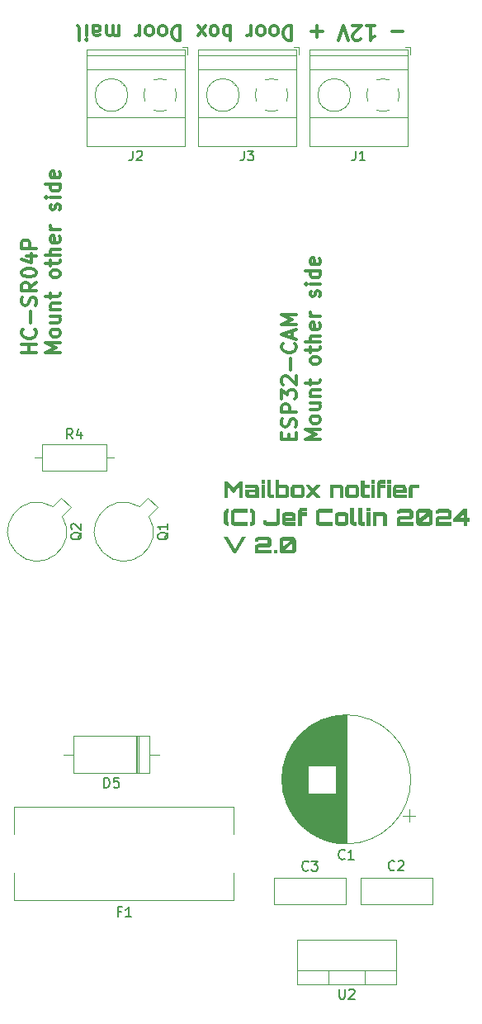
<source format=gbr>
%TF.GenerationSoftware,KiCad,Pcbnew,9.0.6*%
%TF.CreationDate,2025-11-15T16:36:52+01:00*%
%TF.ProjectId,mailbox_esp32_cam_v2_0,6d61696c-626f-4785-9f65-737033325f63,rev?*%
%TF.SameCoordinates,Original*%
%TF.FileFunction,Legend,Top*%
%TF.FilePolarity,Positive*%
%FSLAX46Y46*%
G04 Gerber Fmt 4.6, Leading zero omitted, Abs format (unit mm)*
G04 Created by KiCad (PCBNEW 9.0.6) date 2025-11-15 16:36:52*
%MOMM*%
%LPD*%
G01*
G04 APERTURE LIST*
%ADD10C,0.300000*%
%ADD11C,0.150000*%
%ADD12C,0.120000*%
G04 APERTURE END LIST*
D10*
G36*
X46817407Y-79330207D02*
G01*
X47393722Y-78639916D01*
X47781531Y-78639916D01*
X47781531Y-80359001D01*
X47403895Y-80359001D01*
X47403895Y-79216127D01*
X46817407Y-79916072D01*
X46228428Y-79218411D01*
X46228428Y-80359001D01*
X45853179Y-80359001D01*
X45853179Y-78639916D01*
X46238600Y-78639916D01*
X46817407Y-79330207D01*
G37*
G36*
X49176346Y-78984496D02*
G01*
X49257440Y-79018493D01*
X49330690Y-79076200D01*
X49387882Y-79150028D01*
X49421450Y-79230762D01*
X49432833Y-79321072D01*
X49432833Y-80359001D01*
X48375908Y-80359001D01*
X48284125Y-80347432D01*
X48202994Y-80313469D01*
X48129687Y-80255820D01*
X48072555Y-80181936D01*
X48039020Y-80101165D01*
X48027649Y-80010845D01*
X48027649Y-79988423D01*
X48398226Y-79988423D01*
X49062255Y-79988423D01*
X49062255Y-79804899D01*
X48398226Y-79804899D01*
X48398226Y-79988423D01*
X48027649Y-79988423D01*
X48027649Y-79479476D01*
X49062255Y-79479476D01*
X49062255Y-79343494D01*
X48027649Y-79343494D01*
X48027649Y-78972916D01*
X49084573Y-78972916D01*
X49176346Y-78984496D01*
G37*
G36*
X49678535Y-80359001D02*
G01*
X49678535Y-78972916D01*
X50049112Y-78972916D01*
X50049112Y-80359001D01*
X49678535Y-80359001D01*
G37*
G36*
X49678535Y-78521061D02*
G01*
X50049112Y-78521061D01*
X50049112Y-78893922D01*
X49678535Y-78893922D01*
X49678535Y-78521061D01*
G37*
G36*
X50294711Y-78518673D02*
G01*
X50667676Y-78518673D01*
X50667676Y-79988423D01*
X50945972Y-79988423D01*
X50945972Y-80359001D01*
X50642971Y-80359001D01*
X50552725Y-80347522D01*
X50471960Y-80313639D01*
X50397995Y-80255820D01*
X50340113Y-80181848D01*
X50306199Y-80101084D01*
X50294711Y-80010845D01*
X50294711Y-78518673D01*
G37*
G36*
X51478898Y-78972916D02*
G01*
X52165245Y-78972916D01*
X52257018Y-78984496D01*
X52338112Y-79018493D01*
X52411362Y-79076200D01*
X52468553Y-79150028D01*
X52502121Y-79230762D01*
X52513504Y-79321072D01*
X52513504Y-80010845D01*
X52502123Y-80101158D01*
X52468557Y-80181928D01*
X52411362Y-80255820D01*
X52338119Y-80313466D01*
X52257025Y-80347430D01*
X52165245Y-80359001D01*
X51108320Y-80359001D01*
X51108320Y-79988423D01*
X51478898Y-79988423D01*
X52142927Y-79988423D01*
X52142927Y-79343494D01*
X51478898Y-79343494D01*
X51478898Y-79988423D01*
X51108320Y-79988423D01*
X51108320Y-78521061D01*
X51478898Y-78521061D01*
X51478898Y-78972916D01*
G37*
G36*
X53836004Y-78984493D02*
G01*
X53917064Y-79018487D01*
X53990313Y-79076200D01*
X54047504Y-79150028D01*
X54081072Y-79230762D01*
X54092455Y-79321072D01*
X54092455Y-80010845D01*
X54081074Y-80101158D01*
X54047508Y-80181928D01*
X53990313Y-80255820D01*
X53917072Y-80313471D01*
X53836011Y-80347433D01*
X53744299Y-80359001D01*
X53035531Y-80359001D01*
X52945285Y-80347522D01*
X52864520Y-80313639D01*
X52790555Y-80255820D01*
X52732736Y-80181855D01*
X52698853Y-80101090D01*
X52687375Y-80010845D01*
X52687375Y-79988423D01*
X53057848Y-79988423D01*
X53721878Y-79988423D01*
X53721878Y-79343494D01*
X53057848Y-79343494D01*
X53057848Y-79988423D01*
X52687375Y-79988423D01*
X52687375Y-79321072D01*
X52698855Y-79230830D01*
X52732739Y-79150101D01*
X52790555Y-79076200D01*
X52864527Y-79018319D01*
X52945292Y-78984404D01*
X53035531Y-78972916D01*
X53744299Y-78972916D01*
X53836004Y-78984493D01*
G37*
G36*
X55304773Y-78972916D02*
G01*
X55685419Y-78972916D01*
X55685419Y-79096442D01*
X55210831Y-79654073D01*
X55470650Y-79970673D01*
X55685419Y-80235578D01*
X55685419Y-80359001D01*
X55307160Y-80359001D01*
X54971045Y-79947109D01*
X54634827Y-80359001D01*
X54256568Y-80359001D01*
X54256568Y-80235578D01*
X54731156Y-79654073D01*
X54256568Y-79096442D01*
X54256568Y-78972916D01*
X54634827Y-78972916D01*
X54971045Y-79370586D01*
X55304773Y-78972916D01*
G37*
G36*
X57744044Y-78972916D02*
G01*
X57835818Y-78984496D01*
X57916911Y-79018493D01*
X57990162Y-79076200D01*
X58047353Y-79150028D01*
X58080921Y-79230762D01*
X58092304Y-79321072D01*
X58092304Y-80359001D01*
X57721727Y-80359001D01*
X57721727Y-79343494D01*
X57057698Y-79343494D01*
X57057698Y-80359001D01*
X56687120Y-80359001D01*
X56687120Y-78972916D01*
X57744044Y-78972916D01*
G37*
G36*
X59424769Y-78984493D02*
G01*
X59505829Y-79018487D01*
X59579077Y-79076200D01*
X59636269Y-79150028D01*
X59669837Y-79230762D01*
X59681220Y-79321072D01*
X59681220Y-80010845D01*
X59669839Y-80101158D01*
X59636272Y-80181928D01*
X59579077Y-80255820D01*
X59505836Y-80313471D01*
X59424775Y-80347433D01*
X59333064Y-80359001D01*
X58624296Y-80359001D01*
X58534050Y-80347522D01*
X58453285Y-80313639D01*
X58379320Y-80255820D01*
X58321501Y-80181855D01*
X58287618Y-80101090D01*
X58276140Y-80010845D01*
X58276140Y-79988423D01*
X58646613Y-79988423D01*
X59310642Y-79988423D01*
X59310642Y-79343494D01*
X58646613Y-79343494D01*
X58646613Y-79988423D01*
X58276140Y-79988423D01*
X58276140Y-79321072D01*
X58287620Y-79230830D01*
X58321504Y-79150101D01*
X58379320Y-79076200D01*
X58453292Y-79018319D01*
X58534057Y-78984404D01*
X58624296Y-78972916D01*
X59333064Y-78972916D01*
X59424769Y-78984493D01*
G37*
G36*
X60768766Y-79343494D02*
G01*
X60257431Y-79343494D01*
X60257431Y-79988423D01*
X60768766Y-79988423D01*
X60768766Y-80359001D01*
X60237397Y-80359001D01*
X60144104Y-80347370D01*
X60062247Y-80313346D01*
X59988893Y-80255820D01*
X59931760Y-80181936D01*
X59898225Y-80101165D01*
X59886854Y-80010845D01*
X59886854Y-78563828D01*
X60257431Y-78563828D01*
X60257431Y-78972916D01*
X60768766Y-78972916D01*
X60768766Y-79343494D01*
G37*
G36*
X60957377Y-80359001D02*
G01*
X60957377Y-78972916D01*
X61327954Y-78972916D01*
X61327954Y-80359001D01*
X60957377Y-80359001D01*
G37*
G36*
X60957377Y-78521061D02*
G01*
X61327954Y-78521061D01*
X61327954Y-78893922D01*
X60957377Y-78893922D01*
X60957377Y-78521061D01*
G37*
G36*
X62432939Y-78893922D02*
G01*
X61921605Y-78893922D01*
X61921605Y-78972916D01*
X62432939Y-78972916D01*
X62432939Y-79343494D01*
X61921605Y-79343494D01*
X61921605Y-80359001D01*
X61551027Y-80359001D01*
X61551027Y-78869217D01*
X61562400Y-78778900D01*
X61595937Y-78698165D01*
X61653066Y-78624345D01*
X61726427Y-78566757D01*
X61808284Y-78532701D01*
X61901571Y-78521061D01*
X62432939Y-78521061D01*
X62432939Y-78893922D01*
G37*
G36*
X62594976Y-80359001D02*
G01*
X62594976Y-78972916D01*
X62965553Y-78972916D01*
X62965553Y-80359001D01*
X62594976Y-80359001D01*
G37*
G36*
X62594976Y-78521061D02*
G01*
X62965553Y-78521061D01*
X62965553Y-78893922D01*
X62594976Y-78893922D01*
X62594976Y-78521061D01*
G37*
G36*
X64309332Y-78984493D02*
G01*
X64390393Y-79018487D01*
X64463641Y-79076200D01*
X64520833Y-79150028D01*
X64554401Y-79230762D01*
X64565784Y-79321072D01*
X64565784Y-79852441D01*
X63531177Y-79852441D01*
X63531177Y-79988423D01*
X64565784Y-79988423D01*
X64565784Y-80359001D01*
X63508859Y-80359001D01*
X63418614Y-80347522D01*
X63337849Y-80313639D01*
X63263884Y-80255820D01*
X63206065Y-80181855D01*
X63172182Y-80101090D01*
X63160703Y-80010845D01*
X63160703Y-79527122D01*
X63531177Y-79527122D01*
X64195206Y-79527122D01*
X64195206Y-79343494D01*
X63531177Y-79343494D01*
X63531177Y-79527122D01*
X63160703Y-79527122D01*
X63160703Y-79321072D01*
X63172184Y-79230830D01*
X63206068Y-79150101D01*
X63263884Y-79076200D01*
X63337856Y-79018319D01*
X63418620Y-78984404D01*
X63508859Y-78972916D01*
X64217628Y-78972916D01*
X64309332Y-78984493D01*
G37*
G36*
X65142930Y-78972916D02*
G01*
X65907233Y-78972916D01*
X65907233Y-79343494D01*
X65162860Y-79343494D01*
X65162860Y-80359001D01*
X64792282Y-80359001D01*
X64792282Y-79321072D01*
X64803773Y-79230837D01*
X64837688Y-79150108D01*
X64895566Y-79076200D01*
X64969586Y-79018450D01*
X65051114Y-78984470D01*
X65142930Y-78972916D01*
G37*
G36*
X46352161Y-81866493D02*
G01*
X46214207Y-81866493D01*
X46214207Y-82844423D01*
X46352161Y-82844423D01*
X46352161Y-83215001D01*
X46191889Y-83215001D01*
X46100105Y-83203432D01*
X46018975Y-83169469D01*
X45945668Y-83111820D01*
X45888535Y-83037936D01*
X45855000Y-82957165D01*
X45843629Y-82866845D01*
X45843629Y-81844175D01*
X45855091Y-81752319D01*
X45888707Y-81671220D01*
X45945668Y-81598058D01*
X46018901Y-81541032D01*
X46100036Y-81507385D01*
X46191889Y-81495916D01*
X46352161Y-81495916D01*
X46352161Y-81866493D01*
G37*
G36*
X48266707Y-81873655D02*
G01*
X46927646Y-81873655D01*
X46927646Y-82837364D01*
X48266707Y-82837364D01*
X48266707Y-83215001D01*
X46907716Y-83215001D01*
X46812805Y-83203330D01*
X46729789Y-83169258D01*
X46655682Y-83111820D01*
X46598187Y-83037703D01*
X46564081Y-82954655D01*
X46552397Y-82859682D01*
X46552397Y-81851234D01*
X46564078Y-81756330D01*
X46598181Y-81673315D01*
X46655682Y-81599200D01*
X46729797Y-81541699D01*
X46812812Y-81507596D01*
X46907716Y-81495916D01*
X48266707Y-81495916D01*
X48266707Y-81873655D01*
G37*
G36*
X48507219Y-83215001D02*
G01*
X48507219Y-82844423D01*
X48645174Y-82844423D01*
X48645174Y-81866493D01*
X48507219Y-81866493D01*
X48507219Y-81495916D01*
X48669879Y-81495916D01*
X48760189Y-81507299D01*
X48840923Y-81540867D01*
X48914751Y-81598058D01*
X48972459Y-81671308D01*
X49006455Y-81752402D01*
X49018035Y-81844175D01*
X49018035Y-82866845D01*
X49006547Y-82957084D01*
X48972633Y-83037848D01*
X48914751Y-83111820D01*
X48840850Y-83169636D01*
X48760121Y-83203520D01*
X48669879Y-83215001D01*
X48507219Y-83215001D01*
G37*
G36*
X50230353Y-82635156D02*
G01*
X50230353Y-82837364D01*
X51194062Y-82837364D01*
X51194062Y-81495916D01*
X51574085Y-81495916D01*
X51574085Y-82859682D01*
X51562382Y-82953037D01*
X51528005Y-83035721D01*
X51469659Y-83110574D01*
X51394805Y-83168921D01*
X51312122Y-83203297D01*
X51218767Y-83215001D01*
X50210423Y-83215001D01*
X50115443Y-83203327D01*
X50032394Y-83169253D01*
X49958285Y-83111820D01*
X49900852Y-83037710D01*
X49866777Y-82954662D01*
X49855104Y-82859682D01*
X49855104Y-82635156D01*
X50230353Y-82635156D01*
G37*
G36*
X52947448Y-81840493D02*
G01*
X53028509Y-81874487D01*
X53101757Y-81932200D01*
X53158949Y-82006028D01*
X53192517Y-82086762D01*
X53203900Y-82177072D01*
X53203900Y-82708441D01*
X52169293Y-82708441D01*
X52169293Y-82844423D01*
X53203900Y-82844423D01*
X53203900Y-83215001D01*
X52146975Y-83215001D01*
X52056729Y-83203522D01*
X51975965Y-83169639D01*
X51902000Y-83111820D01*
X51844180Y-83037855D01*
X51810298Y-82957090D01*
X51798819Y-82866845D01*
X51798819Y-82383122D01*
X52169293Y-82383122D01*
X52833322Y-82383122D01*
X52833322Y-82199494D01*
X52169293Y-82199494D01*
X52169293Y-82383122D01*
X51798819Y-82383122D01*
X51798819Y-82177072D01*
X51810300Y-82086830D01*
X51844184Y-82006101D01*
X51902000Y-81932200D01*
X51975972Y-81874319D01*
X52056736Y-81840404D01*
X52146975Y-81828916D01*
X52855744Y-81828916D01*
X52947448Y-81840493D01*
G37*
G36*
X54331306Y-81749922D02*
G01*
X53819972Y-81749922D01*
X53819972Y-81828916D01*
X54331306Y-81828916D01*
X54331306Y-82199494D01*
X53819972Y-82199494D01*
X53819972Y-83215001D01*
X53449394Y-83215001D01*
X53449394Y-81725217D01*
X53460767Y-81634900D01*
X53494304Y-81554165D01*
X53551433Y-81480345D01*
X53624794Y-81422757D01*
X53706651Y-81388701D01*
X53799938Y-81377061D01*
X54331306Y-81377061D01*
X54331306Y-81749922D01*
G37*
G36*
X56982855Y-81873655D02*
G01*
X55643794Y-81873655D01*
X55643794Y-82837364D01*
X56982855Y-82837364D01*
X56982855Y-83215001D01*
X55623864Y-83215001D01*
X55528953Y-83203330D01*
X55445937Y-83169258D01*
X55371830Y-83111820D01*
X55314335Y-83037703D01*
X55280229Y-82954655D01*
X55268545Y-82859682D01*
X55268545Y-81851234D01*
X55280226Y-81756330D01*
X55314329Y-81673315D01*
X55371830Y-81599200D01*
X55445944Y-81541699D01*
X55528960Y-81507596D01*
X55623864Y-81495916D01*
X56982855Y-81495916D01*
X56982855Y-81873655D01*
G37*
G36*
X58360163Y-81840493D02*
G01*
X58441223Y-81874487D01*
X58514472Y-81932200D01*
X58571663Y-82006028D01*
X58605231Y-82086762D01*
X58616614Y-82177072D01*
X58616614Y-82866845D01*
X58605233Y-82957158D01*
X58571667Y-83037928D01*
X58514472Y-83111820D01*
X58441231Y-83169471D01*
X58360170Y-83203433D01*
X58268458Y-83215001D01*
X57559690Y-83215001D01*
X57469444Y-83203522D01*
X57388679Y-83169639D01*
X57314714Y-83111820D01*
X57256895Y-83037855D01*
X57223012Y-82957090D01*
X57211534Y-82866845D01*
X57211534Y-82844423D01*
X57582008Y-82844423D01*
X58246037Y-82844423D01*
X58246037Y-82199494D01*
X57582008Y-82199494D01*
X57582008Y-82844423D01*
X57211534Y-82844423D01*
X57211534Y-82177072D01*
X57223014Y-82086830D01*
X57256899Y-82006101D01*
X57314714Y-81932200D01*
X57388687Y-81874319D01*
X57469451Y-81840404D01*
X57559690Y-81828916D01*
X58268458Y-81828916D01*
X58360163Y-81840493D01*
G37*
G36*
X58794948Y-81374673D02*
G01*
X59167913Y-81374673D01*
X59167913Y-82844423D01*
X59446209Y-82844423D01*
X59446209Y-83215001D01*
X59143208Y-83215001D01*
X59052962Y-83203522D01*
X58972197Y-83169639D01*
X58898232Y-83111820D01*
X58840350Y-83037848D01*
X58806436Y-82957084D01*
X58794948Y-82866845D01*
X58794948Y-81374673D01*
G37*
G36*
X59620391Y-81374673D02*
G01*
X59993356Y-81374673D01*
X59993356Y-82844423D01*
X60271653Y-82844423D01*
X60271653Y-83215001D01*
X59968651Y-83215001D01*
X59878405Y-83203522D01*
X59797640Y-83169639D01*
X59723675Y-83111820D01*
X59665794Y-83037848D01*
X59631879Y-82957084D01*
X59620391Y-82866845D01*
X59620391Y-81374673D01*
G37*
G36*
X60492338Y-83215001D02*
G01*
X60492338Y-81828916D01*
X60862916Y-81828916D01*
X60862916Y-83215001D01*
X60492338Y-83215001D01*
G37*
G36*
X60492338Y-81377061D02*
G01*
X60862916Y-81377061D01*
X60862916Y-81749922D01*
X60492338Y-81749922D01*
X60492338Y-81377061D01*
G37*
G36*
X62193465Y-81828916D02*
G01*
X62285238Y-81840496D01*
X62366332Y-81874493D01*
X62439583Y-81932200D01*
X62496774Y-82006028D01*
X62530342Y-82086762D01*
X62541725Y-82177072D01*
X62541725Y-83215001D01*
X62171147Y-83215001D01*
X62171147Y-82199494D01*
X61507118Y-82199494D01*
X61507118Y-83215001D01*
X61136541Y-83215001D01*
X61136541Y-81828916D01*
X62193465Y-81828916D01*
G37*
G36*
X63915768Y-81495916D02*
G01*
X64902833Y-81495916D01*
X64994654Y-81507359D01*
X65076155Y-81540987D01*
X65150092Y-81598058D01*
X65207800Y-81671308D01*
X65241796Y-81752402D01*
X65253376Y-81844175D01*
X65253376Y-82222330D01*
X65241825Y-82314077D01*
X65207848Y-82395572D01*
X65150092Y-82469590D01*
X65076074Y-82527346D01*
X64994579Y-82561323D01*
X64902833Y-82572874D01*
X63935802Y-82572874D01*
X63935802Y-82844423D01*
X65253376Y-82844423D01*
X65253376Y-83215001D01*
X63565225Y-83215001D01*
X63565225Y-82548169D01*
X63576795Y-82456388D01*
X63610759Y-82375294D01*
X63668405Y-82302051D01*
X63742344Y-82244986D01*
X63823878Y-82211355D01*
X63915768Y-82199909D01*
X64882799Y-82199909D01*
X64882799Y-81866493D01*
X63935802Y-81866493D01*
X63935802Y-82004447D01*
X63565225Y-82004447D01*
X63565225Y-81844175D01*
X63576795Y-81752395D01*
X63610759Y-81671301D01*
X63668405Y-81598058D01*
X63742344Y-81540992D01*
X63823878Y-81507362D01*
X63915768Y-81495916D01*
G37*
G36*
X66969156Y-81507812D02*
G01*
X67050631Y-81542898D01*
X67124844Y-81602833D01*
X67182722Y-81679035D01*
X67216650Y-81761758D01*
X67228128Y-81853621D01*
X67228128Y-82843074D01*
X67216692Y-82935034D01*
X67182521Y-83020221D01*
X67123702Y-83101025D01*
X67048263Y-83165430D01*
X66967161Y-83202554D01*
X66877585Y-83215001D01*
X65890520Y-83215001D01*
X65800876Y-83202551D01*
X65719740Y-83165424D01*
X65644299Y-83101025D01*
X65585543Y-83020228D01*
X65551403Y-82935040D01*
X65539977Y-82843074D01*
X65539977Y-82820652D01*
X66111310Y-82820652D01*
X66857551Y-82820652D01*
X66857551Y-82193785D01*
X66111310Y-82820652D01*
X65539977Y-82820652D01*
X65539977Y-82502910D01*
X65910554Y-82502910D01*
X66656692Y-81876043D01*
X65910554Y-81876043D01*
X65910554Y-82502910D01*
X65539977Y-82502910D01*
X65539977Y-81853621D01*
X65551445Y-81761751D01*
X65585342Y-81679028D01*
X65643157Y-81602833D01*
X65717373Y-81542904D01*
X65798881Y-81507815D01*
X65890520Y-81495916D01*
X66877585Y-81495916D01*
X66969156Y-81507812D01*
G37*
G36*
X67875238Y-81495916D02*
G01*
X68862302Y-81495916D01*
X68954124Y-81507359D01*
X69035625Y-81540987D01*
X69109562Y-81598058D01*
X69167269Y-81671308D01*
X69201266Y-81752402D01*
X69212846Y-81844175D01*
X69212846Y-82222330D01*
X69201295Y-82314077D01*
X69167318Y-82395572D01*
X69109562Y-82469590D01*
X69035544Y-82527346D01*
X68954049Y-82561323D01*
X68862302Y-82572874D01*
X67895272Y-82572874D01*
X67895272Y-82844423D01*
X69212846Y-82844423D01*
X69212846Y-83215001D01*
X67524694Y-83215001D01*
X67524694Y-82548169D01*
X67536264Y-82456388D01*
X67570229Y-82375294D01*
X67627875Y-82302051D01*
X67701813Y-82244986D01*
X67783348Y-82211355D01*
X67875238Y-82199909D01*
X68842268Y-82199909D01*
X68842268Y-81866493D01*
X67895272Y-81866493D01*
X67895272Y-82004447D01*
X67524694Y-82004447D01*
X67524694Y-81844175D01*
X67536264Y-81752395D01*
X67570229Y-81671301D01*
X67627875Y-81598058D01*
X67701813Y-81540992D01*
X67783348Y-81507362D01*
X67875238Y-81495916D01*
G37*
G36*
X70773735Y-82416339D02*
G01*
X71002102Y-82416339D01*
X71002102Y-82789304D01*
X70773735Y-82789304D01*
X70773735Y-83215001D01*
X70403261Y-83215001D01*
X70403261Y-82789304D01*
X69378101Y-82789304D01*
X69378101Y-82458690D01*
X69424959Y-82416339D01*
X69983066Y-82416339D01*
X70403261Y-82416339D01*
X70403261Y-82074618D01*
X69983066Y-82416339D01*
X69424959Y-82416339D01*
X70443329Y-81495916D01*
X70773735Y-81495916D01*
X70773735Y-82416339D01*
G37*
G36*
X46952974Y-85592468D02*
G01*
X47669320Y-84351916D01*
X48102698Y-84351916D01*
X47107018Y-86071001D01*
X46796439Y-86071001D01*
X45800758Y-84351916D01*
X46236524Y-84351916D01*
X46952974Y-85592468D01*
G37*
G36*
X49358406Y-84351916D02*
G01*
X50345471Y-84351916D01*
X50437292Y-84363359D01*
X50518793Y-84396987D01*
X50592730Y-84454058D01*
X50650438Y-84527308D01*
X50684434Y-84608402D01*
X50696014Y-84700175D01*
X50696014Y-85078330D01*
X50684463Y-85170077D01*
X50650486Y-85251572D01*
X50592730Y-85325590D01*
X50518712Y-85383346D01*
X50437217Y-85417323D01*
X50345471Y-85428874D01*
X49378440Y-85428874D01*
X49378440Y-85700423D01*
X50696014Y-85700423D01*
X50696014Y-86071001D01*
X49007862Y-86071001D01*
X49007862Y-85404169D01*
X49019433Y-85312388D01*
X49053397Y-85231294D01*
X49111043Y-85158051D01*
X49184982Y-85100986D01*
X49266516Y-85067355D01*
X49358406Y-85055909D01*
X50325437Y-85055909D01*
X50325437Y-84722493D01*
X49378440Y-84722493D01*
X49378440Y-84860447D01*
X49007862Y-84860447D01*
X49007862Y-84700175D01*
X49019433Y-84608395D01*
X49053397Y-84527301D01*
X49111043Y-84454058D01*
X49184982Y-84396992D01*
X49266516Y-84363362D01*
X49358406Y-84351916D01*
G37*
G36*
X51346030Y-85700423D02*
G01*
X51346030Y-86071001D01*
X50975452Y-86071001D01*
X50975452Y-85700423D01*
X51346030Y-85700423D01*
G37*
G36*
X52964858Y-84363812D02*
G01*
X53046332Y-84398898D01*
X53120546Y-84458833D01*
X53178423Y-84535035D01*
X53212351Y-84617758D01*
X53223830Y-84709621D01*
X53223830Y-85699074D01*
X53212394Y-85791034D01*
X53178222Y-85876221D01*
X53119404Y-85957025D01*
X53043965Y-86021430D01*
X52962863Y-86058554D01*
X52873286Y-86071001D01*
X51886222Y-86071001D01*
X51796577Y-86058551D01*
X51715441Y-86021424D01*
X51640000Y-85957025D01*
X51581244Y-85876228D01*
X51547105Y-85791040D01*
X51535678Y-85699074D01*
X51535678Y-85676652D01*
X52107011Y-85676652D01*
X52853252Y-85676652D01*
X52853252Y-85049785D01*
X52107011Y-85676652D01*
X51535678Y-85676652D01*
X51535678Y-85358910D01*
X51906256Y-85358910D01*
X52652393Y-84732043D01*
X51906256Y-84732043D01*
X51906256Y-85358910D01*
X51535678Y-85358910D01*
X51535678Y-84709621D01*
X51547147Y-84617751D01*
X51581043Y-84535028D01*
X51638859Y-84458833D01*
X51713074Y-84398904D01*
X51794582Y-84363815D01*
X51886222Y-84351916D01*
X52873286Y-84351916D01*
X52964858Y-84363812D01*
G37*
X26595912Y-65485489D02*
X25095912Y-65485489D01*
X25810198Y-65485489D02*
X25810198Y-64628346D01*
X26595912Y-64628346D02*
X25095912Y-64628346D01*
X26453055Y-63056917D02*
X26524484Y-63128345D01*
X26524484Y-63128345D02*
X26595912Y-63342631D01*
X26595912Y-63342631D02*
X26595912Y-63485488D01*
X26595912Y-63485488D02*
X26524484Y-63699774D01*
X26524484Y-63699774D02*
X26381626Y-63842631D01*
X26381626Y-63842631D02*
X26238769Y-63914060D01*
X26238769Y-63914060D02*
X25953055Y-63985488D01*
X25953055Y-63985488D02*
X25738769Y-63985488D01*
X25738769Y-63985488D02*
X25453055Y-63914060D01*
X25453055Y-63914060D02*
X25310198Y-63842631D01*
X25310198Y-63842631D02*
X25167341Y-63699774D01*
X25167341Y-63699774D02*
X25095912Y-63485488D01*
X25095912Y-63485488D02*
X25095912Y-63342631D01*
X25095912Y-63342631D02*
X25167341Y-63128345D01*
X25167341Y-63128345D02*
X25238769Y-63056917D01*
X26024484Y-62414060D02*
X26024484Y-61271203D01*
X26524484Y-60628345D02*
X26595912Y-60414060D01*
X26595912Y-60414060D02*
X26595912Y-60056917D01*
X26595912Y-60056917D02*
X26524484Y-59914060D01*
X26524484Y-59914060D02*
X26453055Y-59842631D01*
X26453055Y-59842631D02*
X26310198Y-59771202D01*
X26310198Y-59771202D02*
X26167341Y-59771202D01*
X26167341Y-59771202D02*
X26024484Y-59842631D01*
X26024484Y-59842631D02*
X25953055Y-59914060D01*
X25953055Y-59914060D02*
X25881626Y-60056917D01*
X25881626Y-60056917D02*
X25810198Y-60342631D01*
X25810198Y-60342631D02*
X25738769Y-60485488D01*
X25738769Y-60485488D02*
X25667341Y-60556917D01*
X25667341Y-60556917D02*
X25524484Y-60628345D01*
X25524484Y-60628345D02*
X25381626Y-60628345D01*
X25381626Y-60628345D02*
X25238769Y-60556917D01*
X25238769Y-60556917D02*
X25167341Y-60485488D01*
X25167341Y-60485488D02*
X25095912Y-60342631D01*
X25095912Y-60342631D02*
X25095912Y-59985488D01*
X25095912Y-59985488D02*
X25167341Y-59771202D01*
X26595912Y-58271203D02*
X25881626Y-58771203D01*
X26595912Y-59128346D02*
X25095912Y-59128346D01*
X25095912Y-59128346D02*
X25095912Y-58556917D01*
X25095912Y-58556917D02*
X25167341Y-58414060D01*
X25167341Y-58414060D02*
X25238769Y-58342631D01*
X25238769Y-58342631D02*
X25381626Y-58271203D01*
X25381626Y-58271203D02*
X25595912Y-58271203D01*
X25595912Y-58271203D02*
X25738769Y-58342631D01*
X25738769Y-58342631D02*
X25810198Y-58414060D01*
X25810198Y-58414060D02*
X25881626Y-58556917D01*
X25881626Y-58556917D02*
X25881626Y-59128346D01*
X25095912Y-57342631D02*
X25095912Y-57199774D01*
X25095912Y-57199774D02*
X25167341Y-57056917D01*
X25167341Y-57056917D02*
X25238769Y-56985489D01*
X25238769Y-56985489D02*
X25381626Y-56914060D01*
X25381626Y-56914060D02*
X25667341Y-56842631D01*
X25667341Y-56842631D02*
X26024484Y-56842631D01*
X26024484Y-56842631D02*
X26310198Y-56914060D01*
X26310198Y-56914060D02*
X26453055Y-56985489D01*
X26453055Y-56985489D02*
X26524484Y-57056917D01*
X26524484Y-57056917D02*
X26595912Y-57199774D01*
X26595912Y-57199774D02*
X26595912Y-57342631D01*
X26595912Y-57342631D02*
X26524484Y-57485489D01*
X26524484Y-57485489D02*
X26453055Y-57556917D01*
X26453055Y-57556917D02*
X26310198Y-57628346D01*
X26310198Y-57628346D02*
X26024484Y-57699774D01*
X26024484Y-57699774D02*
X25667341Y-57699774D01*
X25667341Y-57699774D02*
X25381626Y-57628346D01*
X25381626Y-57628346D02*
X25238769Y-57556917D01*
X25238769Y-57556917D02*
X25167341Y-57485489D01*
X25167341Y-57485489D02*
X25095912Y-57342631D01*
X25595912Y-55556918D02*
X26595912Y-55556918D01*
X25024484Y-55914060D02*
X26095912Y-56271203D01*
X26095912Y-56271203D02*
X26095912Y-55342632D01*
X26595912Y-54771204D02*
X25095912Y-54771204D01*
X25095912Y-54771204D02*
X25095912Y-54199775D01*
X25095912Y-54199775D02*
X25167341Y-54056918D01*
X25167341Y-54056918D02*
X25238769Y-53985489D01*
X25238769Y-53985489D02*
X25381626Y-53914061D01*
X25381626Y-53914061D02*
X25595912Y-53914061D01*
X25595912Y-53914061D02*
X25738769Y-53985489D01*
X25738769Y-53985489D02*
X25810198Y-54056918D01*
X25810198Y-54056918D02*
X25881626Y-54199775D01*
X25881626Y-54199775D02*
X25881626Y-54771204D01*
X29010828Y-65485489D02*
X27510828Y-65485489D01*
X27510828Y-65485489D02*
X28582257Y-64985489D01*
X28582257Y-64985489D02*
X27510828Y-64485489D01*
X27510828Y-64485489D02*
X29010828Y-64485489D01*
X29010828Y-63556917D02*
X28939400Y-63699774D01*
X28939400Y-63699774D02*
X28867971Y-63771203D01*
X28867971Y-63771203D02*
X28725114Y-63842631D01*
X28725114Y-63842631D02*
X28296542Y-63842631D01*
X28296542Y-63842631D02*
X28153685Y-63771203D01*
X28153685Y-63771203D02*
X28082257Y-63699774D01*
X28082257Y-63699774D02*
X28010828Y-63556917D01*
X28010828Y-63556917D02*
X28010828Y-63342631D01*
X28010828Y-63342631D02*
X28082257Y-63199774D01*
X28082257Y-63199774D02*
X28153685Y-63128346D01*
X28153685Y-63128346D02*
X28296542Y-63056917D01*
X28296542Y-63056917D02*
X28725114Y-63056917D01*
X28725114Y-63056917D02*
X28867971Y-63128346D01*
X28867971Y-63128346D02*
X28939400Y-63199774D01*
X28939400Y-63199774D02*
X29010828Y-63342631D01*
X29010828Y-63342631D02*
X29010828Y-63556917D01*
X28010828Y-61771203D02*
X29010828Y-61771203D01*
X28010828Y-62414060D02*
X28796542Y-62414060D01*
X28796542Y-62414060D02*
X28939400Y-62342631D01*
X28939400Y-62342631D02*
X29010828Y-62199774D01*
X29010828Y-62199774D02*
X29010828Y-61985488D01*
X29010828Y-61985488D02*
X28939400Y-61842631D01*
X28939400Y-61842631D02*
X28867971Y-61771203D01*
X28010828Y-61056917D02*
X29010828Y-61056917D01*
X28153685Y-61056917D02*
X28082257Y-60985488D01*
X28082257Y-60985488D02*
X28010828Y-60842631D01*
X28010828Y-60842631D02*
X28010828Y-60628345D01*
X28010828Y-60628345D02*
X28082257Y-60485488D01*
X28082257Y-60485488D02*
X28225114Y-60414060D01*
X28225114Y-60414060D02*
X29010828Y-60414060D01*
X28010828Y-59914059D02*
X28010828Y-59342631D01*
X27510828Y-59699774D02*
X28796542Y-59699774D01*
X28796542Y-59699774D02*
X28939400Y-59628345D01*
X28939400Y-59628345D02*
X29010828Y-59485488D01*
X29010828Y-59485488D02*
X29010828Y-59342631D01*
X29010828Y-57485488D02*
X28939400Y-57628345D01*
X28939400Y-57628345D02*
X28867971Y-57699774D01*
X28867971Y-57699774D02*
X28725114Y-57771202D01*
X28725114Y-57771202D02*
X28296542Y-57771202D01*
X28296542Y-57771202D02*
X28153685Y-57699774D01*
X28153685Y-57699774D02*
X28082257Y-57628345D01*
X28082257Y-57628345D02*
X28010828Y-57485488D01*
X28010828Y-57485488D02*
X28010828Y-57271202D01*
X28010828Y-57271202D02*
X28082257Y-57128345D01*
X28082257Y-57128345D02*
X28153685Y-57056917D01*
X28153685Y-57056917D02*
X28296542Y-56985488D01*
X28296542Y-56985488D02*
X28725114Y-56985488D01*
X28725114Y-56985488D02*
X28867971Y-57056917D01*
X28867971Y-57056917D02*
X28939400Y-57128345D01*
X28939400Y-57128345D02*
X29010828Y-57271202D01*
X29010828Y-57271202D02*
X29010828Y-57485488D01*
X28010828Y-56556916D02*
X28010828Y-55985488D01*
X27510828Y-56342631D02*
X28796542Y-56342631D01*
X28796542Y-56342631D02*
X28939400Y-56271202D01*
X28939400Y-56271202D02*
X29010828Y-56128345D01*
X29010828Y-56128345D02*
X29010828Y-55985488D01*
X29010828Y-55485488D02*
X27510828Y-55485488D01*
X29010828Y-54842631D02*
X28225114Y-54842631D01*
X28225114Y-54842631D02*
X28082257Y-54914059D01*
X28082257Y-54914059D02*
X28010828Y-55056916D01*
X28010828Y-55056916D02*
X28010828Y-55271202D01*
X28010828Y-55271202D02*
X28082257Y-55414059D01*
X28082257Y-55414059D02*
X28153685Y-55485488D01*
X28939400Y-53556916D02*
X29010828Y-53699773D01*
X29010828Y-53699773D02*
X29010828Y-53985488D01*
X29010828Y-53985488D02*
X28939400Y-54128345D01*
X28939400Y-54128345D02*
X28796542Y-54199773D01*
X28796542Y-54199773D02*
X28225114Y-54199773D01*
X28225114Y-54199773D02*
X28082257Y-54128345D01*
X28082257Y-54128345D02*
X28010828Y-53985488D01*
X28010828Y-53985488D02*
X28010828Y-53699773D01*
X28010828Y-53699773D02*
X28082257Y-53556916D01*
X28082257Y-53556916D02*
X28225114Y-53485488D01*
X28225114Y-53485488D02*
X28367971Y-53485488D01*
X28367971Y-53485488D02*
X28510828Y-54199773D01*
X29010828Y-52842631D02*
X28010828Y-52842631D01*
X28296542Y-52842631D02*
X28153685Y-52771202D01*
X28153685Y-52771202D02*
X28082257Y-52699774D01*
X28082257Y-52699774D02*
X28010828Y-52556916D01*
X28010828Y-52556916D02*
X28010828Y-52414059D01*
X28939400Y-50842631D02*
X29010828Y-50699774D01*
X29010828Y-50699774D02*
X29010828Y-50414060D01*
X29010828Y-50414060D02*
X28939400Y-50271203D01*
X28939400Y-50271203D02*
X28796542Y-50199774D01*
X28796542Y-50199774D02*
X28725114Y-50199774D01*
X28725114Y-50199774D02*
X28582257Y-50271203D01*
X28582257Y-50271203D02*
X28510828Y-50414060D01*
X28510828Y-50414060D02*
X28510828Y-50628346D01*
X28510828Y-50628346D02*
X28439400Y-50771203D01*
X28439400Y-50771203D02*
X28296542Y-50842631D01*
X28296542Y-50842631D02*
X28225114Y-50842631D01*
X28225114Y-50842631D02*
X28082257Y-50771203D01*
X28082257Y-50771203D02*
X28010828Y-50628346D01*
X28010828Y-50628346D02*
X28010828Y-50414060D01*
X28010828Y-50414060D02*
X28082257Y-50271203D01*
X29010828Y-49556917D02*
X28010828Y-49556917D01*
X27510828Y-49556917D02*
X27582257Y-49628345D01*
X27582257Y-49628345D02*
X27653685Y-49556917D01*
X27653685Y-49556917D02*
X27582257Y-49485488D01*
X27582257Y-49485488D02*
X27510828Y-49556917D01*
X27510828Y-49556917D02*
X27653685Y-49556917D01*
X29010828Y-48199774D02*
X27510828Y-48199774D01*
X28939400Y-48199774D02*
X29010828Y-48342631D01*
X29010828Y-48342631D02*
X29010828Y-48628345D01*
X29010828Y-48628345D02*
X28939400Y-48771202D01*
X28939400Y-48771202D02*
X28867971Y-48842631D01*
X28867971Y-48842631D02*
X28725114Y-48914059D01*
X28725114Y-48914059D02*
X28296542Y-48914059D01*
X28296542Y-48914059D02*
X28153685Y-48842631D01*
X28153685Y-48842631D02*
X28082257Y-48771202D01*
X28082257Y-48771202D02*
X28010828Y-48628345D01*
X28010828Y-48628345D02*
X28010828Y-48342631D01*
X28010828Y-48342631D02*
X28082257Y-48199774D01*
X28939400Y-46914059D02*
X29010828Y-47056916D01*
X29010828Y-47056916D02*
X29010828Y-47342631D01*
X29010828Y-47342631D02*
X28939400Y-47485488D01*
X28939400Y-47485488D02*
X28796542Y-47556916D01*
X28796542Y-47556916D02*
X28225114Y-47556916D01*
X28225114Y-47556916D02*
X28082257Y-47485488D01*
X28082257Y-47485488D02*
X28010828Y-47342631D01*
X28010828Y-47342631D02*
X28010828Y-47056916D01*
X28010828Y-47056916D02*
X28082257Y-46914059D01*
X28082257Y-46914059D02*
X28225114Y-46842631D01*
X28225114Y-46842631D02*
X28367971Y-46842631D01*
X28367971Y-46842631D02*
X28510828Y-47556916D01*
X52785489Y-31949171D02*
X52785489Y-33449171D01*
X52785489Y-33449171D02*
X52428346Y-33449171D01*
X52428346Y-33449171D02*
X52214060Y-33377742D01*
X52214060Y-33377742D02*
X52071203Y-33234885D01*
X52071203Y-33234885D02*
X51999774Y-33092028D01*
X51999774Y-33092028D02*
X51928346Y-32806314D01*
X51928346Y-32806314D02*
X51928346Y-32592028D01*
X51928346Y-32592028D02*
X51999774Y-32306314D01*
X51999774Y-32306314D02*
X52071203Y-32163457D01*
X52071203Y-32163457D02*
X52214060Y-32020600D01*
X52214060Y-32020600D02*
X52428346Y-31949171D01*
X52428346Y-31949171D02*
X52785489Y-31949171D01*
X51071203Y-31949171D02*
X51214060Y-32020600D01*
X51214060Y-32020600D02*
X51285489Y-32092028D01*
X51285489Y-32092028D02*
X51356917Y-32234885D01*
X51356917Y-32234885D02*
X51356917Y-32663457D01*
X51356917Y-32663457D02*
X51285489Y-32806314D01*
X51285489Y-32806314D02*
X51214060Y-32877742D01*
X51214060Y-32877742D02*
X51071203Y-32949171D01*
X51071203Y-32949171D02*
X50856917Y-32949171D01*
X50856917Y-32949171D02*
X50714060Y-32877742D01*
X50714060Y-32877742D02*
X50642632Y-32806314D01*
X50642632Y-32806314D02*
X50571203Y-32663457D01*
X50571203Y-32663457D02*
X50571203Y-32234885D01*
X50571203Y-32234885D02*
X50642632Y-32092028D01*
X50642632Y-32092028D02*
X50714060Y-32020600D01*
X50714060Y-32020600D02*
X50856917Y-31949171D01*
X50856917Y-31949171D02*
X51071203Y-31949171D01*
X49714060Y-31949171D02*
X49856917Y-32020600D01*
X49856917Y-32020600D02*
X49928346Y-32092028D01*
X49928346Y-32092028D02*
X49999774Y-32234885D01*
X49999774Y-32234885D02*
X49999774Y-32663457D01*
X49999774Y-32663457D02*
X49928346Y-32806314D01*
X49928346Y-32806314D02*
X49856917Y-32877742D01*
X49856917Y-32877742D02*
X49714060Y-32949171D01*
X49714060Y-32949171D02*
X49499774Y-32949171D01*
X49499774Y-32949171D02*
X49356917Y-32877742D01*
X49356917Y-32877742D02*
X49285489Y-32806314D01*
X49285489Y-32806314D02*
X49214060Y-32663457D01*
X49214060Y-32663457D02*
X49214060Y-32234885D01*
X49214060Y-32234885D02*
X49285489Y-32092028D01*
X49285489Y-32092028D02*
X49356917Y-32020600D01*
X49356917Y-32020600D02*
X49499774Y-31949171D01*
X49499774Y-31949171D02*
X49714060Y-31949171D01*
X48571203Y-31949171D02*
X48571203Y-32949171D01*
X48571203Y-32663457D02*
X48499774Y-32806314D01*
X48499774Y-32806314D02*
X48428346Y-32877742D01*
X48428346Y-32877742D02*
X48285488Y-32949171D01*
X48285488Y-32949171D02*
X48142631Y-32949171D01*
X46499775Y-31949171D02*
X46499775Y-33449171D01*
X46499775Y-32877742D02*
X46356918Y-32949171D01*
X46356918Y-32949171D02*
X46071203Y-32949171D01*
X46071203Y-32949171D02*
X45928346Y-32877742D01*
X45928346Y-32877742D02*
X45856918Y-32806314D01*
X45856918Y-32806314D02*
X45785489Y-32663457D01*
X45785489Y-32663457D02*
X45785489Y-32234885D01*
X45785489Y-32234885D02*
X45856918Y-32092028D01*
X45856918Y-32092028D02*
X45928346Y-32020600D01*
X45928346Y-32020600D02*
X46071203Y-31949171D01*
X46071203Y-31949171D02*
X46356918Y-31949171D01*
X46356918Y-31949171D02*
X46499775Y-32020600D01*
X44928346Y-31949171D02*
X45071203Y-32020600D01*
X45071203Y-32020600D02*
X45142632Y-32092028D01*
X45142632Y-32092028D02*
X45214060Y-32234885D01*
X45214060Y-32234885D02*
X45214060Y-32663457D01*
X45214060Y-32663457D02*
X45142632Y-32806314D01*
X45142632Y-32806314D02*
X45071203Y-32877742D01*
X45071203Y-32877742D02*
X44928346Y-32949171D01*
X44928346Y-32949171D02*
X44714060Y-32949171D01*
X44714060Y-32949171D02*
X44571203Y-32877742D01*
X44571203Y-32877742D02*
X44499775Y-32806314D01*
X44499775Y-32806314D02*
X44428346Y-32663457D01*
X44428346Y-32663457D02*
X44428346Y-32234885D01*
X44428346Y-32234885D02*
X44499775Y-32092028D01*
X44499775Y-32092028D02*
X44571203Y-32020600D01*
X44571203Y-32020600D02*
X44714060Y-31949171D01*
X44714060Y-31949171D02*
X44928346Y-31949171D01*
X43928346Y-31949171D02*
X43142632Y-32949171D01*
X43928346Y-32949171D02*
X43142632Y-31949171D01*
X41355489Y-31949171D02*
X41355489Y-33449171D01*
X41355489Y-33449171D02*
X40998346Y-33449171D01*
X40998346Y-33449171D02*
X40784060Y-33377742D01*
X40784060Y-33377742D02*
X40641203Y-33234885D01*
X40641203Y-33234885D02*
X40569774Y-33092028D01*
X40569774Y-33092028D02*
X40498346Y-32806314D01*
X40498346Y-32806314D02*
X40498346Y-32592028D01*
X40498346Y-32592028D02*
X40569774Y-32306314D01*
X40569774Y-32306314D02*
X40641203Y-32163457D01*
X40641203Y-32163457D02*
X40784060Y-32020600D01*
X40784060Y-32020600D02*
X40998346Y-31949171D01*
X40998346Y-31949171D02*
X41355489Y-31949171D01*
X39641203Y-31949171D02*
X39784060Y-32020600D01*
X39784060Y-32020600D02*
X39855489Y-32092028D01*
X39855489Y-32092028D02*
X39926917Y-32234885D01*
X39926917Y-32234885D02*
X39926917Y-32663457D01*
X39926917Y-32663457D02*
X39855489Y-32806314D01*
X39855489Y-32806314D02*
X39784060Y-32877742D01*
X39784060Y-32877742D02*
X39641203Y-32949171D01*
X39641203Y-32949171D02*
X39426917Y-32949171D01*
X39426917Y-32949171D02*
X39284060Y-32877742D01*
X39284060Y-32877742D02*
X39212632Y-32806314D01*
X39212632Y-32806314D02*
X39141203Y-32663457D01*
X39141203Y-32663457D02*
X39141203Y-32234885D01*
X39141203Y-32234885D02*
X39212632Y-32092028D01*
X39212632Y-32092028D02*
X39284060Y-32020600D01*
X39284060Y-32020600D02*
X39426917Y-31949171D01*
X39426917Y-31949171D02*
X39641203Y-31949171D01*
X38284060Y-31949171D02*
X38426917Y-32020600D01*
X38426917Y-32020600D02*
X38498346Y-32092028D01*
X38498346Y-32092028D02*
X38569774Y-32234885D01*
X38569774Y-32234885D02*
X38569774Y-32663457D01*
X38569774Y-32663457D02*
X38498346Y-32806314D01*
X38498346Y-32806314D02*
X38426917Y-32877742D01*
X38426917Y-32877742D02*
X38284060Y-32949171D01*
X38284060Y-32949171D02*
X38069774Y-32949171D01*
X38069774Y-32949171D02*
X37926917Y-32877742D01*
X37926917Y-32877742D02*
X37855489Y-32806314D01*
X37855489Y-32806314D02*
X37784060Y-32663457D01*
X37784060Y-32663457D02*
X37784060Y-32234885D01*
X37784060Y-32234885D02*
X37855489Y-32092028D01*
X37855489Y-32092028D02*
X37926917Y-32020600D01*
X37926917Y-32020600D02*
X38069774Y-31949171D01*
X38069774Y-31949171D02*
X38284060Y-31949171D01*
X37141203Y-31949171D02*
X37141203Y-32949171D01*
X37141203Y-32663457D02*
X37069774Y-32806314D01*
X37069774Y-32806314D02*
X36998346Y-32877742D01*
X36998346Y-32877742D02*
X36855488Y-32949171D01*
X36855488Y-32949171D02*
X36712631Y-32949171D01*
X35069775Y-31949171D02*
X35069775Y-32949171D01*
X35069775Y-32806314D02*
X34998346Y-32877742D01*
X34998346Y-32877742D02*
X34855489Y-32949171D01*
X34855489Y-32949171D02*
X34641203Y-32949171D01*
X34641203Y-32949171D02*
X34498346Y-32877742D01*
X34498346Y-32877742D02*
X34426918Y-32734885D01*
X34426918Y-32734885D02*
X34426918Y-31949171D01*
X34426918Y-32734885D02*
X34355489Y-32877742D01*
X34355489Y-32877742D02*
X34212632Y-32949171D01*
X34212632Y-32949171D02*
X33998346Y-32949171D01*
X33998346Y-32949171D02*
X33855489Y-32877742D01*
X33855489Y-32877742D02*
X33784060Y-32734885D01*
X33784060Y-32734885D02*
X33784060Y-31949171D01*
X32426918Y-31949171D02*
X32426918Y-32734885D01*
X32426918Y-32734885D02*
X32498346Y-32877742D01*
X32498346Y-32877742D02*
X32641203Y-32949171D01*
X32641203Y-32949171D02*
X32926918Y-32949171D01*
X32926918Y-32949171D02*
X33069775Y-32877742D01*
X32426918Y-32020600D02*
X32569775Y-31949171D01*
X32569775Y-31949171D02*
X32926918Y-31949171D01*
X32926918Y-31949171D02*
X33069775Y-32020600D01*
X33069775Y-32020600D02*
X33141203Y-32163457D01*
X33141203Y-32163457D02*
X33141203Y-32306314D01*
X33141203Y-32306314D02*
X33069775Y-32449171D01*
X33069775Y-32449171D02*
X32926918Y-32520600D01*
X32926918Y-32520600D02*
X32569775Y-32520600D01*
X32569775Y-32520600D02*
X32426918Y-32592028D01*
X31712632Y-31949171D02*
X31712632Y-32949171D01*
X31712632Y-33449171D02*
X31784060Y-33377742D01*
X31784060Y-33377742D02*
X31712632Y-33306314D01*
X31712632Y-33306314D02*
X31641203Y-33377742D01*
X31641203Y-33377742D02*
X31712632Y-33449171D01*
X31712632Y-33449171D02*
X31712632Y-33306314D01*
X30784060Y-31949171D02*
X30926917Y-32020600D01*
X30926917Y-32020600D02*
X30998346Y-32163457D01*
X30998346Y-32163457D02*
X30998346Y-33449171D01*
X52480198Y-74375489D02*
X52480198Y-73875489D01*
X53265912Y-73661203D02*
X53265912Y-74375489D01*
X53265912Y-74375489D02*
X51765912Y-74375489D01*
X51765912Y-74375489D02*
X51765912Y-73661203D01*
X53194484Y-73089774D02*
X53265912Y-72875489D01*
X53265912Y-72875489D02*
X53265912Y-72518346D01*
X53265912Y-72518346D02*
X53194484Y-72375489D01*
X53194484Y-72375489D02*
X53123055Y-72304060D01*
X53123055Y-72304060D02*
X52980198Y-72232631D01*
X52980198Y-72232631D02*
X52837341Y-72232631D01*
X52837341Y-72232631D02*
X52694484Y-72304060D01*
X52694484Y-72304060D02*
X52623055Y-72375489D01*
X52623055Y-72375489D02*
X52551626Y-72518346D01*
X52551626Y-72518346D02*
X52480198Y-72804060D01*
X52480198Y-72804060D02*
X52408769Y-72946917D01*
X52408769Y-72946917D02*
X52337341Y-73018346D01*
X52337341Y-73018346D02*
X52194484Y-73089774D01*
X52194484Y-73089774D02*
X52051626Y-73089774D01*
X52051626Y-73089774D02*
X51908769Y-73018346D01*
X51908769Y-73018346D02*
X51837341Y-72946917D01*
X51837341Y-72946917D02*
X51765912Y-72804060D01*
X51765912Y-72804060D02*
X51765912Y-72446917D01*
X51765912Y-72446917D02*
X51837341Y-72232631D01*
X53265912Y-71589775D02*
X51765912Y-71589775D01*
X51765912Y-71589775D02*
X51765912Y-71018346D01*
X51765912Y-71018346D02*
X51837341Y-70875489D01*
X51837341Y-70875489D02*
X51908769Y-70804060D01*
X51908769Y-70804060D02*
X52051626Y-70732632D01*
X52051626Y-70732632D02*
X52265912Y-70732632D01*
X52265912Y-70732632D02*
X52408769Y-70804060D01*
X52408769Y-70804060D02*
X52480198Y-70875489D01*
X52480198Y-70875489D02*
X52551626Y-71018346D01*
X52551626Y-71018346D02*
X52551626Y-71589775D01*
X51765912Y-70232632D02*
X51765912Y-69304060D01*
X51765912Y-69304060D02*
X52337341Y-69804060D01*
X52337341Y-69804060D02*
X52337341Y-69589775D01*
X52337341Y-69589775D02*
X52408769Y-69446918D01*
X52408769Y-69446918D02*
X52480198Y-69375489D01*
X52480198Y-69375489D02*
X52623055Y-69304060D01*
X52623055Y-69304060D02*
X52980198Y-69304060D01*
X52980198Y-69304060D02*
X53123055Y-69375489D01*
X53123055Y-69375489D02*
X53194484Y-69446918D01*
X53194484Y-69446918D02*
X53265912Y-69589775D01*
X53265912Y-69589775D02*
X53265912Y-70018346D01*
X53265912Y-70018346D02*
X53194484Y-70161203D01*
X53194484Y-70161203D02*
X53123055Y-70232632D01*
X51908769Y-68732632D02*
X51837341Y-68661204D01*
X51837341Y-68661204D02*
X51765912Y-68518347D01*
X51765912Y-68518347D02*
X51765912Y-68161204D01*
X51765912Y-68161204D02*
X51837341Y-68018347D01*
X51837341Y-68018347D02*
X51908769Y-67946918D01*
X51908769Y-67946918D02*
X52051626Y-67875489D01*
X52051626Y-67875489D02*
X52194484Y-67875489D01*
X52194484Y-67875489D02*
X52408769Y-67946918D01*
X52408769Y-67946918D02*
X53265912Y-68804061D01*
X53265912Y-68804061D02*
X53265912Y-67875489D01*
X52694484Y-67232633D02*
X52694484Y-66089776D01*
X53123055Y-64518347D02*
X53194484Y-64589775D01*
X53194484Y-64589775D02*
X53265912Y-64804061D01*
X53265912Y-64804061D02*
X53265912Y-64946918D01*
X53265912Y-64946918D02*
X53194484Y-65161204D01*
X53194484Y-65161204D02*
X53051626Y-65304061D01*
X53051626Y-65304061D02*
X52908769Y-65375490D01*
X52908769Y-65375490D02*
X52623055Y-65446918D01*
X52623055Y-65446918D02*
X52408769Y-65446918D01*
X52408769Y-65446918D02*
X52123055Y-65375490D01*
X52123055Y-65375490D02*
X51980198Y-65304061D01*
X51980198Y-65304061D02*
X51837341Y-65161204D01*
X51837341Y-65161204D02*
X51765912Y-64946918D01*
X51765912Y-64946918D02*
X51765912Y-64804061D01*
X51765912Y-64804061D02*
X51837341Y-64589775D01*
X51837341Y-64589775D02*
X51908769Y-64518347D01*
X52837341Y-63946918D02*
X52837341Y-63232633D01*
X53265912Y-64089775D02*
X51765912Y-63589775D01*
X51765912Y-63589775D02*
X53265912Y-63089775D01*
X53265912Y-62589776D02*
X51765912Y-62589776D01*
X51765912Y-62589776D02*
X52837341Y-62089776D01*
X52837341Y-62089776D02*
X51765912Y-61589776D01*
X51765912Y-61589776D02*
X53265912Y-61589776D01*
X55680828Y-74375489D02*
X54180828Y-74375489D01*
X54180828Y-74375489D02*
X55252257Y-73875489D01*
X55252257Y-73875489D02*
X54180828Y-73375489D01*
X54180828Y-73375489D02*
X55680828Y-73375489D01*
X55680828Y-72446917D02*
X55609400Y-72589774D01*
X55609400Y-72589774D02*
X55537971Y-72661203D01*
X55537971Y-72661203D02*
X55395114Y-72732631D01*
X55395114Y-72732631D02*
X54966542Y-72732631D01*
X54966542Y-72732631D02*
X54823685Y-72661203D01*
X54823685Y-72661203D02*
X54752257Y-72589774D01*
X54752257Y-72589774D02*
X54680828Y-72446917D01*
X54680828Y-72446917D02*
X54680828Y-72232631D01*
X54680828Y-72232631D02*
X54752257Y-72089774D01*
X54752257Y-72089774D02*
X54823685Y-72018346D01*
X54823685Y-72018346D02*
X54966542Y-71946917D01*
X54966542Y-71946917D02*
X55395114Y-71946917D01*
X55395114Y-71946917D02*
X55537971Y-72018346D01*
X55537971Y-72018346D02*
X55609400Y-72089774D01*
X55609400Y-72089774D02*
X55680828Y-72232631D01*
X55680828Y-72232631D02*
X55680828Y-72446917D01*
X54680828Y-70661203D02*
X55680828Y-70661203D01*
X54680828Y-71304060D02*
X55466542Y-71304060D01*
X55466542Y-71304060D02*
X55609400Y-71232631D01*
X55609400Y-71232631D02*
X55680828Y-71089774D01*
X55680828Y-71089774D02*
X55680828Y-70875488D01*
X55680828Y-70875488D02*
X55609400Y-70732631D01*
X55609400Y-70732631D02*
X55537971Y-70661203D01*
X54680828Y-69946917D02*
X55680828Y-69946917D01*
X54823685Y-69946917D02*
X54752257Y-69875488D01*
X54752257Y-69875488D02*
X54680828Y-69732631D01*
X54680828Y-69732631D02*
X54680828Y-69518345D01*
X54680828Y-69518345D02*
X54752257Y-69375488D01*
X54752257Y-69375488D02*
X54895114Y-69304060D01*
X54895114Y-69304060D02*
X55680828Y-69304060D01*
X54680828Y-68804059D02*
X54680828Y-68232631D01*
X54180828Y-68589774D02*
X55466542Y-68589774D01*
X55466542Y-68589774D02*
X55609400Y-68518345D01*
X55609400Y-68518345D02*
X55680828Y-68375488D01*
X55680828Y-68375488D02*
X55680828Y-68232631D01*
X55680828Y-66375488D02*
X55609400Y-66518345D01*
X55609400Y-66518345D02*
X55537971Y-66589774D01*
X55537971Y-66589774D02*
X55395114Y-66661202D01*
X55395114Y-66661202D02*
X54966542Y-66661202D01*
X54966542Y-66661202D02*
X54823685Y-66589774D01*
X54823685Y-66589774D02*
X54752257Y-66518345D01*
X54752257Y-66518345D02*
X54680828Y-66375488D01*
X54680828Y-66375488D02*
X54680828Y-66161202D01*
X54680828Y-66161202D02*
X54752257Y-66018345D01*
X54752257Y-66018345D02*
X54823685Y-65946917D01*
X54823685Y-65946917D02*
X54966542Y-65875488D01*
X54966542Y-65875488D02*
X55395114Y-65875488D01*
X55395114Y-65875488D02*
X55537971Y-65946917D01*
X55537971Y-65946917D02*
X55609400Y-66018345D01*
X55609400Y-66018345D02*
X55680828Y-66161202D01*
X55680828Y-66161202D02*
X55680828Y-66375488D01*
X54680828Y-65446916D02*
X54680828Y-64875488D01*
X54180828Y-65232631D02*
X55466542Y-65232631D01*
X55466542Y-65232631D02*
X55609400Y-65161202D01*
X55609400Y-65161202D02*
X55680828Y-65018345D01*
X55680828Y-65018345D02*
X55680828Y-64875488D01*
X55680828Y-64375488D02*
X54180828Y-64375488D01*
X55680828Y-63732631D02*
X54895114Y-63732631D01*
X54895114Y-63732631D02*
X54752257Y-63804059D01*
X54752257Y-63804059D02*
X54680828Y-63946916D01*
X54680828Y-63946916D02*
X54680828Y-64161202D01*
X54680828Y-64161202D02*
X54752257Y-64304059D01*
X54752257Y-64304059D02*
X54823685Y-64375488D01*
X55609400Y-62446916D02*
X55680828Y-62589773D01*
X55680828Y-62589773D02*
X55680828Y-62875488D01*
X55680828Y-62875488D02*
X55609400Y-63018345D01*
X55609400Y-63018345D02*
X55466542Y-63089773D01*
X55466542Y-63089773D02*
X54895114Y-63089773D01*
X54895114Y-63089773D02*
X54752257Y-63018345D01*
X54752257Y-63018345D02*
X54680828Y-62875488D01*
X54680828Y-62875488D02*
X54680828Y-62589773D01*
X54680828Y-62589773D02*
X54752257Y-62446916D01*
X54752257Y-62446916D02*
X54895114Y-62375488D01*
X54895114Y-62375488D02*
X55037971Y-62375488D01*
X55037971Y-62375488D02*
X55180828Y-63089773D01*
X55680828Y-61732631D02*
X54680828Y-61732631D01*
X54966542Y-61732631D02*
X54823685Y-61661202D01*
X54823685Y-61661202D02*
X54752257Y-61589774D01*
X54752257Y-61589774D02*
X54680828Y-61446916D01*
X54680828Y-61446916D02*
X54680828Y-61304059D01*
X55609400Y-59732631D02*
X55680828Y-59589774D01*
X55680828Y-59589774D02*
X55680828Y-59304060D01*
X55680828Y-59304060D02*
X55609400Y-59161203D01*
X55609400Y-59161203D02*
X55466542Y-59089774D01*
X55466542Y-59089774D02*
X55395114Y-59089774D01*
X55395114Y-59089774D02*
X55252257Y-59161203D01*
X55252257Y-59161203D02*
X55180828Y-59304060D01*
X55180828Y-59304060D02*
X55180828Y-59518346D01*
X55180828Y-59518346D02*
X55109400Y-59661203D01*
X55109400Y-59661203D02*
X54966542Y-59732631D01*
X54966542Y-59732631D02*
X54895114Y-59732631D01*
X54895114Y-59732631D02*
X54752257Y-59661203D01*
X54752257Y-59661203D02*
X54680828Y-59518346D01*
X54680828Y-59518346D02*
X54680828Y-59304060D01*
X54680828Y-59304060D02*
X54752257Y-59161203D01*
X55680828Y-58446917D02*
X54680828Y-58446917D01*
X54180828Y-58446917D02*
X54252257Y-58518345D01*
X54252257Y-58518345D02*
X54323685Y-58446917D01*
X54323685Y-58446917D02*
X54252257Y-58375488D01*
X54252257Y-58375488D02*
X54180828Y-58446917D01*
X54180828Y-58446917D02*
X54323685Y-58446917D01*
X55680828Y-57089774D02*
X54180828Y-57089774D01*
X55609400Y-57089774D02*
X55680828Y-57232631D01*
X55680828Y-57232631D02*
X55680828Y-57518345D01*
X55680828Y-57518345D02*
X55609400Y-57661202D01*
X55609400Y-57661202D02*
X55537971Y-57732631D01*
X55537971Y-57732631D02*
X55395114Y-57804059D01*
X55395114Y-57804059D02*
X54966542Y-57804059D01*
X54966542Y-57804059D02*
X54823685Y-57732631D01*
X54823685Y-57732631D02*
X54752257Y-57661202D01*
X54752257Y-57661202D02*
X54680828Y-57518345D01*
X54680828Y-57518345D02*
X54680828Y-57232631D01*
X54680828Y-57232631D02*
X54752257Y-57089774D01*
X55609400Y-55804059D02*
X55680828Y-55946916D01*
X55680828Y-55946916D02*
X55680828Y-56232631D01*
X55680828Y-56232631D02*
X55609400Y-56375488D01*
X55609400Y-56375488D02*
X55466542Y-56446916D01*
X55466542Y-56446916D02*
X54895114Y-56446916D01*
X54895114Y-56446916D02*
X54752257Y-56375488D01*
X54752257Y-56375488D02*
X54680828Y-56232631D01*
X54680828Y-56232631D02*
X54680828Y-55946916D01*
X54680828Y-55946916D02*
X54752257Y-55804059D01*
X54752257Y-55804059D02*
X54895114Y-55732631D01*
X54895114Y-55732631D02*
X55037971Y-55732631D01*
X55037971Y-55732631D02*
X55180828Y-56446916D01*
X64215489Y-32520600D02*
X63072632Y-32520600D01*
X60429774Y-31949171D02*
X61286917Y-31949171D01*
X60858346Y-31949171D02*
X60858346Y-33449171D01*
X60858346Y-33449171D02*
X61001203Y-33234885D01*
X61001203Y-33234885D02*
X61144060Y-33092028D01*
X61144060Y-33092028D02*
X61286917Y-33020600D01*
X59858346Y-33306314D02*
X59786918Y-33377742D01*
X59786918Y-33377742D02*
X59644061Y-33449171D01*
X59644061Y-33449171D02*
X59286918Y-33449171D01*
X59286918Y-33449171D02*
X59144061Y-33377742D01*
X59144061Y-33377742D02*
X59072632Y-33306314D01*
X59072632Y-33306314D02*
X59001203Y-33163457D01*
X59001203Y-33163457D02*
X59001203Y-33020600D01*
X59001203Y-33020600D02*
X59072632Y-32806314D01*
X59072632Y-32806314D02*
X59929775Y-31949171D01*
X59929775Y-31949171D02*
X59001203Y-31949171D01*
X58572632Y-33449171D02*
X58072632Y-31949171D01*
X58072632Y-31949171D02*
X57572632Y-33449171D01*
X55929776Y-32520600D02*
X54786919Y-32520600D01*
X55358347Y-31949171D02*
X55358347Y-33092028D01*
D11*
X31240057Y-83915238D02*
X31192438Y-84010476D01*
X31192438Y-84010476D02*
X31097200Y-84105714D01*
X31097200Y-84105714D02*
X30954342Y-84248571D01*
X30954342Y-84248571D02*
X30906723Y-84343809D01*
X30906723Y-84343809D02*
X30906723Y-84439047D01*
X31144819Y-84391428D02*
X31097200Y-84486666D01*
X31097200Y-84486666D02*
X31001961Y-84581904D01*
X31001961Y-84581904D02*
X30811485Y-84629523D01*
X30811485Y-84629523D02*
X30478152Y-84629523D01*
X30478152Y-84629523D02*
X30287676Y-84581904D01*
X30287676Y-84581904D02*
X30192438Y-84486666D01*
X30192438Y-84486666D02*
X30144819Y-84391428D01*
X30144819Y-84391428D02*
X30144819Y-84200952D01*
X30144819Y-84200952D02*
X30192438Y-84105714D01*
X30192438Y-84105714D02*
X30287676Y-84010476D01*
X30287676Y-84010476D02*
X30478152Y-83962857D01*
X30478152Y-83962857D02*
X30811485Y-83962857D01*
X30811485Y-83962857D02*
X31001961Y-84010476D01*
X31001961Y-84010476D02*
X31097200Y-84105714D01*
X31097200Y-84105714D02*
X31144819Y-84200952D01*
X31144819Y-84200952D02*
X31144819Y-84391428D01*
X30240057Y-83581904D02*
X30192438Y-83534285D01*
X30192438Y-83534285D02*
X30144819Y-83439047D01*
X30144819Y-83439047D02*
X30144819Y-83200952D01*
X30144819Y-83200952D02*
X30192438Y-83105714D01*
X30192438Y-83105714D02*
X30240057Y-83058095D01*
X30240057Y-83058095D02*
X30335295Y-83010476D01*
X30335295Y-83010476D02*
X30430533Y-83010476D01*
X30430533Y-83010476D02*
X30573390Y-83058095D01*
X30573390Y-83058095D02*
X31144819Y-83629523D01*
X31144819Y-83629523D02*
X31144819Y-83010476D01*
X33551905Y-110054819D02*
X33551905Y-109054819D01*
X33551905Y-109054819D02*
X33790000Y-109054819D01*
X33790000Y-109054819D02*
X33932857Y-109102438D01*
X33932857Y-109102438D02*
X34028095Y-109197676D01*
X34028095Y-109197676D02*
X34075714Y-109292914D01*
X34075714Y-109292914D02*
X34123333Y-109483390D01*
X34123333Y-109483390D02*
X34123333Y-109626247D01*
X34123333Y-109626247D02*
X34075714Y-109816723D01*
X34075714Y-109816723D02*
X34028095Y-109911961D01*
X34028095Y-109911961D02*
X33932857Y-110007200D01*
X33932857Y-110007200D02*
X33790000Y-110054819D01*
X33790000Y-110054819D02*
X33551905Y-110054819D01*
X35028095Y-109054819D02*
X34551905Y-109054819D01*
X34551905Y-109054819D02*
X34504286Y-109531009D01*
X34504286Y-109531009D02*
X34551905Y-109483390D01*
X34551905Y-109483390D02*
X34647143Y-109435771D01*
X34647143Y-109435771D02*
X34885238Y-109435771D01*
X34885238Y-109435771D02*
X34980476Y-109483390D01*
X34980476Y-109483390D02*
X35028095Y-109531009D01*
X35028095Y-109531009D02*
X35075714Y-109626247D01*
X35075714Y-109626247D02*
X35075714Y-109864342D01*
X35075714Y-109864342D02*
X35028095Y-109959580D01*
X35028095Y-109959580D02*
X34980476Y-110007200D01*
X34980476Y-110007200D02*
X34885238Y-110054819D01*
X34885238Y-110054819D02*
X34647143Y-110054819D01*
X34647143Y-110054819D02*
X34551905Y-110007200D01*
X34551905Y-110007200D02*
X34504286Y-109959580D01*
X35276666Y-122771009D02*
X34943333Y-122771009D01*
X34943333Y-123294819D02*
X34943333Y-122294819D01*
X34943333Y-122294819D02*
X35419523Y-122294819D01*
X36324285Y-123294819D02*
X35752857Y-123294819D01*
X36038571Y-123294819D02*
X36038571Y-122294819D01*
X36038571Y-122294819D02*
X35943333Y-122437676D01*
X35943333Y-122437676D02*
X35848095Y-122532914D01*
X35848095Y-122532914D02*
X35752857Y-122580533D01*
X58213333Y-117329580D02*
X58165714Y-117377200D01*
X58165714Y-117377200D02*
X58022857Y-117424819D01*
X58022857Y-117424819D02*
X57927619Y-117424819D01*
X57927619Y-117424819D02*
X57784762Y-117377200D01*
X57784762Y-117377200D02*
X57689524Y-117281961D01*
X57689524Y-117281961D02*
X57641905Y-117186723D01*
X57641905Y-117186723D02*
X57594286Y-116996247D01*
X57594286Y-116996247D02*
X57594286Y-116853390D01*
X57594286Y-116853390D02*
X57641905Y-116662914D01*
X57641905Y-116662914D02*
X57689524Y-116567676D01*
X57689524Y-116567676D02*
X57784762Y-116472438D01*
X57784762Y-116472438D02*
X57927619Y-116424819D01*
X57927619Y-116424819D02*
X58022857Y-116424819D01*
X58022857Y-116424819D02*
X58165714Y-116472438D01*
X58165714Y-116472438D02*
X58213333Y-116520057D01*
X59165714Y-117424819D02*
X58594286Y-117424819D01*
X58880000Y-117424819D02*
X58880000Y-116424819D01*
X58880000Y-116424819D02*
X58784762Y-116567676D01*
X58784762Y-116567676D02*
X58689524Y-116662914D01*
X58689524Y-116662914D02*
X58594286Y-116710533D01*
X54483333Y-118509580D02*
X54435714Y-118557200D01*
X54435714Y-118557200D02*
X54292857Y-118604819D01*
X54292857Y-118604819D02*
X54197619Y-118604819D01*
X54197619Y-118604819D02*
X54054762Y-118557200D01*
X54054762Y-118557200D02*
X53959524Y-118461961D01*
X53959524Y-118461961D02*
X53911905Y-118366723D01*
X53911905Y-118366723D02*
X53864286Y-118176247D01*
X53864286Y-118176247D02*
X53864286Y-118033390D01*
X53864286Y-118033390D02*
X53911905Y-117842914D01*
X53911905Y-117842914D02*
X53959524Y-117747676D01*
X53959524Y-117747676D02*
X54054762Y-117652438D01*
X54054762Y-117652438D02*
X54197619Y-117604819D01*
X54197619Y-117604819D02*
X54292857Y-117604819D01*
X54292857Y-117604819D02*
X54435714Y-117652438D01*
X54435714Y-117652438D02*
X54483333Y-117700057D01*
X54816667Y-117604819D02*
X55435714Y-117604819D01*
X55435714Y-117604819D02*
X55102381Y-117985771D01*
X55102381Y-117985771D02*
X55245238Y-117985771D01*
X55245238Y-117985771D02*
X55340476Y-118033390D01*
X55340476Y-118033390D02*
X55388095Y-118081009D01*
X55388095Y-118081009D02*
X55435714Y-118176247D01*
X55435714Y-118176247D02*
X55435714Y-118414342D01*
X55435714Y-118414342D02*
X55388095Y-118509580D01*
X55388095Y-118509580D02*
X55340476Y-118557200D01*
X55340476Y-118557200D02*
X55245238Y-118604819D01*
X55245238Y-118604819D02*
X54959524Y-118604819D01*
X54959524Y-118604819D02*
X54864286Y-118557200D01*
X54864286Y-118557200D02*
X54816667Y-118509580D01*
X47886666Y-44779819D02*
X47886666Y-45494104D01*
X47886666Y-45494104D02*
X47839047Y-45636961D01*
X47839047Y-45636961D02*
X47743809Y-45732200D01*
X47743809Y-45732200D02*
X47600952Y-45779819D01*
X47600952Y-45779819D02*
X47505714Y-45779819D01*
X48267619Y-44779819D02*
X48886666Y-44779819D01*
X48886666Y-44779819D02*
X48553333Y-45160771D01*
X48553333Y-45160771D02*
X48696190Y-45160771D01*
X48696190Y-45160771D02*
X48791428Y-45208390D01*
X48791428Y-45208390D02*
X48839047Y-45256009D01*
X48839047Y-45256009D02*
X48886666Y-45351247D01*
X48886666Y-45351247D02*
X48886666Y-45589342D01*
X48886666Y-45589342D02*
X48839047Y-45684580D01*
X48839047Y-45684580D02*
X48791428Y-45732200D01*
X48791428Y-45732200D02*
X48696190Y-45779819D01*
X48696190Y-45779819D02*
X48410476Y-45779819D01*
X48410476Y-45779819D02*
X48315238Y-45732200D01*
X48315238Y-45732200D02*
X48267619Y-45684580D01*
X57658095Y-130724819D02*
X57658095Y-131534342D01*
X57658095Y-131534342D02*
X57705714Y-131629580D01*
X57705714Y-131629580D02*
X57753333Y-131677200D01*
X57753333Y-131677200D02*
X57848571Y-131724819D01*
X57848571Y-131724819D02*
X58039047Y-131724819D01*
X58039047Y-131724819D02*
X58134285Y-131677200D01*
X58134285Y-131677200D02*
X58181904Y-131629580D01*
X58181904Y-131629580D02*
X58229523Y-131534342D01*
X58229523Y-131534342D02*
X58229523Y-130724819D01*
X58658095Y-130820057D02*
X58705714Y-130772438D01*
X58705714Y-130772438D02*
X58800952Y-130724819D01*
X58800952Y-130724819D02*
X59039047Y-130724819D01*
X59039047Y-130724819D02*
X59134285Y-130772438D01*
X59134285Y-130772438D02*
X59181904Y-130820057D01*
X59181904Y-130820057D02*
X59229523Y-130915295D01*
X59229523Y-130915295D02*
X59229523Y-131010533D01*
X59229523Y-131010533D02*
X59181904Y-131153390D01*
X59181904Y-131153390D02*
X58610476Y-131724819D01*
X58610476Y-131724819D02*
X59229523Y-131724819D01*
X40130057Y-83915238D02*
X40082438Y-84010476D01*
X40082438Y-84010476D02*
X39987200Y-84105714D01*
X39987200Y-84105714D02*
X39844342Y-84248571D01*
X39844342Y-84248571D02*
X39796723Y-84343809D01*
X39796723Y-84343809D02*
X39796723Y-84439047D01*
X40034819Y-84391428D02*
X39987200Y-84486666D01*
X39987200Y-84486666D02*
X39891961Y-84581904D01*
X39891961Y-84581904D02*
X39701485Y-84629523D01*
X39701485Y-84629523D02*
X39368152Y-84629523D01*
X39368152Y-84629523D02*
X39177676Y-84581904D01*
X39177676Y-84581904D02*
X39082438Y-84486666D01*
X39082438Y-84486666D02*
X39034819Y-84391428D01*
X39034819Y-84391428D02*
X39034819Y-84200952D01*
X39034819Y-84200952D02*
X39082438Y-84105714D01*
X39082438Y-84105714D02*
X39177676Y-84010476D01*
X39177676Y-84010476D02*
X39368152Y-83962857D01*
X39368152Y-83962857D02*
X39701485Y-83962857D01*
X39701485Y-83962857D02*
X39891961Y-84010476D01*
X39891961Y-84010476D02*
X39987200Y-84105714D01*
X39987200Y-84105714D02*
X40034819Y-84200952D01*
X40034819Y-84200952D02*
X40034819Y-84391428D01*
X40034819Y-83010476D02*
X40034819Y-83581904D01*
X40034819Y-83296190D02*
X39034819Y-83296190D01*
X39034819Y-83296190D02*
X39177676Y-83391428D01*
X39177676Y-83391428D02*
X39272914Y-83486666D01*
X39272914Y-83486666D02*
X39320533Y-83581904D01*
X59316666Y-44779819D02*
X59316666Y-45494104D01*
X59316666Y-45494104D02*
X59269047Y-45636961D01*
X59269047Y-45636961D02*
X59173809Y-45732200D01*
X59173809Y-45732200D02*
X59030952Y-45779819D01*
X59030952Y-45779819D02*
X58935714Y-45779819D01*
X60316666Y-45779819D02*
X59745238Y-45779819D01*
X60030952Y-45779819D02*
X60030952Y-44779819D01*
X60030952Y-44779819D02*
X59935714Y-44922676D01*
X59935714Y-44922676D02*
X59840476Y-45017914D01*
X59840476Y-45017914D02*
X59745238Y-45065533D01*
X63333333Y-118469580D02*
X63285714Y-118517200D01*
X63285714Y-118517200D02*
X63142857Y-118564819D01*
X63142857Y-118564819D02*
X63047619Y-118564819D01*
X63047619Y-118564819D02*
X62904762Y-118517200D01*
X62904762Y-118517200D02*
X62809524Y-118421961D01*
X62809524Y-118421961D02*
X62761905Y-118326723D01*
X62761905Y-118326723D02*
X62714286Y-118136247D01*
X62714286Y-118136247D02*
X62714286Y-117993390D01*
X62714286Y-117993390D02*
X62761905Y-117802914D01*
X62761905Y-117802914D02*
X62809524Y-117707676D01*
X62809524Y-117707676D02*
X62904762Y-117612438D01*
X62904762Y-117612438D02*
X63047619Y-117564819D01*
X63047619Y-117564819D02*
X63142857Y-117564819D01*
X63142857Y-117564819D02*
X63285714Y-117612438D01*
X63285714Y-117612438D02*
X63333333Y-117660057D01*
X63714286Y-117660057D02*
X63761905Y-117612438D01*
X63761905Y-117612438D02*
X63857143Y-117564819D01*
X63857143Y-117564819D02*
X64095238Y-117564819D01*
X64095238Y-117564819D02*
X64190476Y-117612438D01*
X64190476Y-117612438D02*
X64238095Y-117660057D01*
X64238095Y-117660057D02*
X64285714Y-117755295D01*
X64285714Y-117755295D02*
X64285714Y-117850533D01*
X64285714Y-117850533D02*
X64238095Y-117993390D01*
X64238095Y-117993390D02*
X63666667Y-118564819D01*
X63666667Y-118564819D02*
X64285714Y-118564819D01*
X30313333Y-74284819D02*
X29980000Y-73808628D01*
X29741905Y-74284819D02*
X29741905Y-73284819D01*
X29741905Y-73284819D02*
X30122857Y-73284819D01*
X30122857Y-73284819D02*
X30218095Y-73332438D01*
X30218095Y-73332438D02*
X30265714Y-73380057D01*
X30265714Y-73380057D02*
X30313333Y-73475295D01*
X30313333Y-73475295D02*
X30313333Y-73618152D01*
X30313333Y-73618152D02*
X30265714Y-73713390D01*
X30265714Y-73713390D02*
X30218095Y-73761009D01*
X30218095Y-73761009D02*
X30122857Y-73808628D01*
X30122857Y-73808628D02*
X29741905Y-73808628D01*
X31170476Y-73618152D02*
X31170476Y-74284819D01*
X30932381Y-73237200D02*
X30694286Y-73951485D01*
X30694286Y-73951485D02*
X31313333Y-73951485D01*
X36456666Y-44779819D02*
X36456666Y-45494104D01*
X36456666Y-45494104D02*
X36409047Y-45636961D01*
X36409047Y-45636961D02*
X36313809Y-45732200D01*
X36313809Y-45732200D02*
X36170952Y-45779819D01*
X36170952Y-45779819D02*
X36075714Y-45779819D01*
X36885238Y-44875057D02*
X36932857Y-44827438D01*
X36932857Y-44827438D02*
X37028095Y-44779819D01*
X37028095Y-44779819D02*
X37266190Y-44779819D01*
X37266190Y-44779819D02*
X37361428Y-44827438D01*
X37361428Y-44827438D02*
X37409047Y-44875057D01*
X37409047Y-44875057D02*
X37456666Y-44970295D01*
X37456666Y-44970295D02*
X37456666Y-45065533D01*
X37456666Y-45065533D02*
X37409047Y-45208390D01*
X37409047Y-45208390D02*
X36837619Y-45779819D01*
X36837619Y-45779819D02*
X37456666Y-45779819D01*
D12*
%TO.C,Q2*%
X29164499Y-80335552D02*
X28252331Y-81247719D01*
X29242281Y-82237669D02*
X30154448Y-81325501D01*
X30154448Y-81325501D02*
X29164499Y-80335552D01*
X29242281Y-82237669D02*
G75*
G02*
X28252544Y-81247850I-2572281J-1582331D01*
G01*
%TO.C,D5*%
X29380000Y-106680000D02*
X30370000Y-106680000D01*
X30370000Y-104760000D02*
X30370000Y-108600000D01*
X30370000Y-108600000D02*
X38210000Y-108600000D01*
X36830000Y-108600000D02*
X36830000Y-104760000D01*
X36950000Y-108600000D02*
X36950000Y-104760000D01*
X37070000Y-108600000D02*
X37070000Y-104760000D01*
X38210000Y-104760000D02*
X30370000Y-104760000D01*
X38210000Y-108600000D02*
X38210000Y-104760000D01*
X39200000Y-106680000D02*
X38210000Y-106680000D01*
%TO.C,F1*%
X24260000Y-112040000D02*
X24260000Y-114840000D01*
X24260000Y-118840000D02*
X24260000Y-121640000D01*
X46860000Y-112040000D02*
X24260000Y-112040000D01*
X46860000Y-112040000D02*
X46860000Y-114840000D01*
X46860000Y-118840000D02*
X46860000Y-121640000D01*
X46860000Y-121640000D02*
X24260000Y-121640000D01*
%TO.C,C1*%
X51779000Y-109695000D02*
X51779000Y-108745000D01*
X51819000Y-110070000D02*
X51819000Y-108370000D01*
X51859000Y-110327000D02*
X51859000Y-108113000D01*
X51899000Y-110535000D02*
X51899000Y-107905000D01*
X51939000Y-110714000D02*
X51939000Y-107726000D01*
X51979000Y-110873000D02*
X51979000Y-107567000D01*
X52019000Y-111018000D02*
X52019000Y-107422000D01*
X52059000Y-111151000D02*
X52059000Y-107289000D01*
X52099000Y-111275000D02*
X52099000Y-107165000D01*
X52139000Y-111391000D02*
X52139000Y-107049000D01*
X52179000Y-111501000D02*
X52179000Y-106939000D01*
X52219000Y-111605000D02*
X52219000Y-106835000D01*
X52259000Y-111704000D02*
X52259000Y-106736000D01*
X52299000Y-111799000D02*
X52299000Y-106641000D01*
X52339000Y-111890000D02*
X52339000Y-106550000D01*
X52379000Y-111978000D02*
X52379000Y-106462000D01*
X52419000Y-112062000D02*
X52419000Y-106378000D01*
X52459000Y-112143000D02*
X52459000Y-106297000D01*
X52499000Y-112222000D02*
X52499000Y-106218000D01*
X52539000Y-112298000D02*
X52539000Y-106142000D01*
X52579000Y-112372000D02*
X52579000Y-106068000D01*
X52619000Y-112443000D02*
X52619000Y-105997000D01*
X52659000Y-112513000D02*
X52659000Y-105927000D01*
X52699000Y-112581000D02*
X52699000Y-105859000D01*
X52739000Y-112647000D02*
X52739000Y-105793000D01*
X52779000Y-112711000D02*
X52779000Y-105729000D01*
X52819000Y-112774000D02*
X52819000Y-105666000D01*
X52859000Y-112835000D02*
X52859000Y-105605000D01*
X52899000Y-112895000D02*
X52899000Y-105545000D01*
X52939000Y-112953000D02*
X52939000Y-105487000D01*
X52979000Y-113010000D02*
X52979000Y-105430000D01*
X53019000Y-113066000D02*
X53019000Y-105374000D01*
X53059000Y-113120000D02*
X53059000Y-105320000D01*
X53099000Y-113174000D02*
X53099000Y-105266000D01*
X53139000Y-113226000D02*
X53139000Y-105214000D01*
X53179000Y-113277000D02*
X53179000Y-105163000D01*
X53219000Y-113328000D02*
X53219000Y-105112000D01*
X53259000Y-113377000D02*
X53259000Y-105063000D01*
X53299000Y-113425000D02*
X53299000Y-105015000D01*
X53339000Y-113473000D02*
X53339000Y-104967000D01*
X53379000Y-113519000D02*
X53379000Y-104921000D01*
X53419000Y-113565000D02*
X53419000Y-104875000D01*
X53459000Y-113610000D02*
X53459000Y-104830000D01*
X53499000Y-113654000D02*
X53499000Y-104786000D01*
X53539000Y-113697000D02*
X53539000Y-104743000D01*
X53579000Y-113739000D02*
X53579000Y-104701000D01*
X53619000Y-113781000D02*
X53619000Y-104659000D01*
X53659000Y-113822000D02*
X53659000Y-104618000D01*
X53699000Y-113863000D02*
X53699000Y-104577000D01*
X53739000Y-113902000D02*
X53739000Y-104538000D01*
X53779000Y-113941000D02*
X53779000Y-104499000D01*
X53819000Y-113980000D02*
X53819000Y-104460000D01*
X53859000Y-114017000D02*
X53859000Y-104423000D01*
X53899000Y-114054000D02*
X53899000Y-104386000D01*
X53939000Y-114091000D02*
X53939000Y-104349000D01*
X53979000Y-114127000D02*
X53979000Y-104313000D01*
X54019000Y-114162000D02*
X54019000Y-104278000D01*
X54059000Y-114197000D02*
X54059000Y-104243000D01*
X54099000Y-114231000D02*
X54099000Y-104209000D01*
X54139000Y-114264000D02*
X54139000Y-104176000D01*
X54179000Y-114298000D02*
X54179000Y-104142000D01*
X54219000Y-114330000D02*
X54219000Y-104110000D01*
X54259000Y-114362000D02*
X54259000Y-104078000D01*
X54299000Y-114394000D02*
X54299000Y-104046000D01*
X54339000Y-114425000D02*
X54339000Y-104015000D01*
X54379000Y-114455000D02*
X54379000Y-103985000D01*
X54419000Y-114485000D02*
X54419000Y-103955000D01*
X54459000Y-107780000D02*
X54459000Y-103925000D01*
X54459000Y-114515000D02*
X54459000Y-110660000D01*
X54499000Y-107780000D02*
X54499000Y-103896000D01*
X54499000Y-114544000D02*
X54499000Y-110660000D01*
X54539000Y-107780000D02*
X54539000Y-103867000D01*
X54539000Y-114573000D02*
X54539000Y-110660000D01*
X54579000Y-107780000D02*
X54579000Y-103839000D01*
X54579000Y-114601000D02*
X54579000Y-110660000D01*
X54619000Y-107780000D02*
X54619000Y-103811000D01*
X54619000Y-114629000D02*
X54619000Y-110660000D01*
X54659000Y-107780000D02*
X54659000Y-103784000D01*
X54659000Y-114656000D02*
X54659000Y-110660000D01*
X54699000Y-107780000D02*
X54699000Y-103757000D01*
X54699000Y-114683000D02*
X54699000Y-110660000D01*
X54739000Y-107780000D02*
X54739000Y-103730000D01*
X54739000Y-114710000D02*
X54739000Y-110660000D01*
X54779000Y-107780000D02*
X54779000Y-103704000D01*
X54779000Y-114736000D02*
X54779000Y-110660000D01*
X54819000Y-107780000D02*
X54819000Y-103678000D01*
X54819000Y-114762000D02*
X54819000Y-110660000D01*
X54859000Y-107780000D02*
X54859000Y-103653000D01*
X54859000Y-114787000D02*
X54859000Y-110660000D01*
X54899000Y-107780000D02*
X54899000Y-103628000D01*
X54899000Y-114812000D02*
X54899000Y-110660000D01*
X54939000Y-107780000D02*
X54939000Y-103603000D01*
X54939000Y-114837000D02*
X54939000Y-110660000D01*
X54979000Y-107780000D02*
X54979000Y-103579000D01*
X54979000Y-114861000D02*
X54979000Y-110660000D01*
X55019000Y-107780000D02*
X55019000Y-103556000D01*
X55019000Y-114884000D02*
X55019000Y-110660000D01*
X55059000Y-107780000D02*
X55059000Y-103532000D01*
X55059000Y-114908000D02*
X55059000Y-110660000D01*
X55099000Y-107780000D02*
X55099000Y-103509000D01*
X55099000Y-114931000D02*
X55099000Y-110660000D01*
X55139000Y-107780000D02*
X55139000Y-103487000D01*
X55139000Y-114953000D02*
X55139000Y-110660000D01*
X55179000Y-107780000D02*
X55179000Y-103464000D01*
X55179000Y-114976000D02*
X55179000Y-110660000D01*
X55219000Y-107780000D02*
X55219000Y-103442000D01*
X55219000Y-114998000D02*
X55219000Y-110660000D01*
X55259000Y-107780000D02*
X55259000Y-103421000D01*
X55259000Y-115019000D02*
X55259000Y-110660000D01*
X55299000Y-107780000D02*
X55299000Y-103400000D01*
X55299000Y-115040000D02*
X55299000Y-110660000D01*
X55339000Y-107780000D02*
X55339000Y-103379000D01*
X55339000Y-115061000D02*
X55339000Y-110660000D01*
X55379000Y-107780000D02*
X55379000Y-103358000D01*
X55379000Y-115082000D02*
X55379000Y-110660000D01*
X55419000Y-107780000D02*
X55419000Y-103338000D01*
X55419000Y-115102000D02*
X55419000Y-110660000D01*
X55459000Y-107780000D02*
X55459000Y-103318000D01*
X55459000Y-115122000D02*
X55459000Y-110660000D01*
X55499000Y-107780000D02*
X55499000Y-103299000D01*
X55499000Y-115141000D02*
X55499000Y-110660000D01*
X55539000Y-107780000D02*
X55539000Y-103280000D01*
X55539000Y-115160000D02*
X55539000Y-110660000D01*
X55579000Y-107780000D02*
X55579000Y-103261000D01*
X55579000Y-115179000D02*
X55579000Y-110660000D01*
X55619000Y-107780000D02*
X55619000Y-103242000D01*
X55619000Y-115198000D02*
X55619000Y-110660000D01*
X55659000Y-107780000D02*
X55659000Y-103224000D01*
X55659000Y-115216000D02*
X55659000Y-110660000D01*
X55699000Y-107780000D02*
X55699000Y-103206000D01*
X55699000Y-115234000D02*
X55699000Y-110660000D01*
X55739000Y-107780000D02*
X55739000Y-103189000D01*
X55739000Y-115251000D02*
X55739000Y-110660000D01*
X55779000Y-107780000D02*
X55779000Y-103171000D01*
X55779000Y-115269000D02*
X55779000Y-110660000D01*
X55819000Y-107780000D02*
X55819000Y-103155000D01*
X55819000Y-115285000D02*
X55819000Y-110660000D01*
X55859000Y-107780000D02*
X55859000Y-103138000D01*
X55859000Y-115302000D02*
X55859000Y-110660000D01*
X55899000Y-107780000D02*
X55899000Y-103122000D01*
X55899000Y-115318000D02*
X55899000Y-110660000D01*
X55939000Y-107780000D02*
X55939000Y-103106000D01*
X55939000Y-115334000D02*
X55939000Y-110660000D01*
X55979000Y-107780000D02*
X55979000Y-103090000D01*
X55979000Y-115350000D02*
X55979000Y-110660000D01*
X56019000Y-107780000D02*
X56019000Y-103074000D01*
X56019000Y-115366000D02*
X56019000Y-110660000D01*
X56059000Y-107780000D02*
X56059000Y-103059000D01*
X56059000Y-115381000D02*
X56059000Y-110660000D01*
X56099000Y-107780000D02*
X56099000Y-103045000D01*
X56099000Y-115395000D02*
X56099000Y-110660000D01*
X56139000Y-107780000D02*
X56139000Y-103030000D01*
X56139000Y-115410000D02*
X56139000Y-110660000D01*
X56179000Y-107780000D02*
X56179000Y-103016000D01*
X56179000Y-115424000D02*
X56179000Y-110660000D01*
X56219000Y-107780000D02*
X56219000Y-103002000D01*
X56219000Y-115438000D02*
X56219000Y-110660000D01*
X56259000Y-107780000D02*
X56259000Y-102988000D01*
X56259000Y-115452000D02*
X56259000Y-110660000D01*
X56299000Y-107780000D02*
X56299000Y-102975000D01*
X56299000Y-115465000D02*
X56299000Y-110660000D01*
X56339000Y-107780000D02*
X56339000Y-102962000D01*
X56339000Y-115478000D02*
X56339000Y-110660000D01*
X56379000Y-107780000D02*
X56379000Y-102949000D01*
X56379000Y-115491000D02*
X56379000Y-110660000D01*
X56419000Y-107780000D02*
X56419000Y-102936000D01*
X56419000Y-115504000D02*
X56419000Y-110660000D01*
X56459000Y-107780000D02*
X56459000Y-102924000D01*
X56459000Y-115516000D02*
X56459000Y-110660000D01*
X56499000Y-107780000D02*
X56499000Y-102912000D01*
X56499000Y-115528000D02*
X56499000Y-110660000D01*
X56539000Y-107780000D02*
X56539000Y-102900000D01*
X56539000Y-115540000D02*
X56539000Y-110660000D01*
X56579000Y-107780000D02*
X56579000Y-102889000D01*
X56579000Y-115551000D02*
X56579000Y-110660000D01*
X56619000Y-107780000D02*
X56619000Y-102878000D01*
X56619000Y-115562000D02*
X56619000Y-110660000D01*
X56659000Y-107780000D02*
X56659000Y-102867000D01*
X56659000Y-115573000D02*
X56659000Y-110660000D01*
X56699000Y-107780000D02*
X56699000Y-102856000D01*
X56699000Y-115584000D02*
X56699000Y-110660000D01*
X56739000Y-107780000D02*
X56739000Y-102846000D01*
X56739000Y-115594000D02*
X56739000Y-110660000D01*
X56779000Y-107780000D02*
X56779000Y-102836000D01*
X56779000Y-115604000D02*
X56779000Y-110660000D01*
X56819000Y-107780000D02*
X56819000Y-102826000D01*
X56819000Y-115614000D02*
X56819000Y-110660000D01*
X56859000Y-107780000D02*
X56859000Y-102816000D01*
X56859000Y-115624000D02*
X56859000Y-110660000D01*
X56899000Y-107780000D02*
X56899000Y-102807000D01*
X56899000Y-115633000D02*
X56899000Y-110660000D01*
X56939000Y-107780000D02*
X56939000Y-102798000D01*
X56939000Y-115642000D02*
X56939000Y-110660000D01*
X56979000Y-107780000D02*
X56979000Y-102789000D01*
X56979000Y-115651000D02*
X56979000Y-110660000D01*
X57019000Y-107780000D02*
X57019000Y-102781000D01*
X57019000Y-115659000D02*
X57019000Y-110660000D01*
X57059000Y-107780000D02*
X57059000Y-102772000D01*
X57059000Y-115668000D02*
X57059000Y-110660000D01*
X57099000Y-107780000D02*
X57099000Y-102764000D01*
X57099000Y-115676000D02*
X57099000Y-110660000D01*
X57139000Y-107780000D02*
X57139000Y-102757000D01*
X57139000Y-115683000D02*
X57139000Y-110660000D01*
X57179000Y-107780000D02*
X57179000Y-102749000D01*
X57179000Y-115691000D02*
X57179000Y-110660000D01*
X57219000Y-107780000D02*
X57219000Y-102742000D01*
X57219000Y-115698000D02*
X57219000Y-110660000D01*
X57259000Y-107780000D02*
X57259000Y-102735000D01*
X57259000Y-115705000D02*
X57259000Y-110660000D01*
X57299000Y-107780000D02*
X57299000Y-102728000D01*
X57299000Y-115712000D02*
X57299000Y-110660000D01*
X57339000Y-115718000D02*
X57339000Y-102722000D01*
X57379000Y-115725000D02*
X57379000Y-102715000D01*
X57419000Y-115731000D02*
X57419000Y-102709000D01*
X57459000Y-115736000D02*
X57459000Y-102704000D01*
X57499000Y-115742000D02*
X57499000Y-102698000D01*
X57539000Y-115747000D02*
X57539000Y-102693000D01*
X57579000Y-115752000D02*
X57579000Y-102688000D01*
X57619000Y-115757000D02*
X57619000Y-102683000D01*
X57659000Y-115761000D02*
X57659000Y-102679000D01*
X57700000Y-115765000D02*
X57700000Y-102675000D01*
X57740000Y-115769000D02*
X57740000Y-102671000D01*
X57780000Y-115773000D02*
X57780000Y-102667000D01*
X57820000Y-115777000D02*
X57820000Y-102663000D01*
X57860000Y-115780000D02*
X57860000Y-102660000D01*
X57900000Y-115783000D02*
X57900000Y-102657000D01*
X57940000Y-115786000D02*
X57940000Y-102654000D01*
X57980000Y-115788000D02*
X57980000Y-102652000D01*
X58020000Y-115791000D02*
X58020000Y-102649000D01*
X58060000Y-115793000D02*
X58060000Y-102647000D01*
X58100000Y-115795000D02*
X58100000Y-102645000D01*
X58140000Y-115796000D02*
X58140000Y-102644000D01*
X58180000Y-115797000D02*
X58180000Y-102643000D01*
X58220000Y-115799000D02*
X58220000Y-102641000D01*
X58260000Y-115799000D02*
X58260000Y-102641000D01*
X58300000Y-115800000D02*
X58300000Y-102640000D01*
X58340000Y-115800000D02*
X58340000Y-102640000D01*
X58380000Y-115800000D02*
X58380000Y-102640000D01*
X64814569Y-113585000D02*
X64814569Y-112285000D01*
X65464569Y-112935000D02*
X64164569Y-112935000D01*
X65000000Y-109220000D02*
G75*
G02*
X51760000Y-109220000I-6620000J0D01*
G01*
X51760000Y-109220000D02*
G75*
G02*
X65000000Y-109220000I6620000J0D01*
G01*
%TO.C,C3*%
X50930000Y-119280000D02*
X50930000Y-122020000D01*
X50930000Y-119280000D02*
X58370000Y-119280000D01*
X50930000Y-122020000D02*
X58370000Y-122020000D01*
X58370000Y-119280000D02*
X58370000Y-122020000D01*
%TO.C,J3*%
X43160000Y-44326000D02*
X43160000Y-34405000D01*
X44445000Y-40134000D02*
X44492000Y-40088000D01*
X44650000Y-40340000D02*
X44685000Y-40304000D01*
X46754000Y-37826000D02*
X46789000Y-37791000D01*
X46947000Y-38042000D02*
X46994000Y-37996000D01*
X53280000Y-34405000D02*
X43160000Y-34405000D01*
X53280000Y-34965000D02*
X43160000Y-34965000D01*
X53280000Y-36465000D02*
X43160000Y-36465000D01*
X53280000Y-41366000D02*
X43160000Y-41366000D01*
X53280000Y-44326000D02*
X43160000Y-44326000D01*
X53280000Y-44326000D02*
X53280000Y-34405000D01*
X53520000Y-34165000D02*
X53020000Y-34165000D01*
X53520000Y-34905000D02*
X53520000Y-34165000D01*
X49184573Y-39748042D02*
G75*
G02*
X49185000Y-38381000I1535427J683042D01*
G01*
X50036682Y-37530244D02*
G75*
G02*
X50720000Y-37385000I683318J-1534756D01*
G01*
X50691195Y-37384747D02*
G75*
G02*
X51404000Y-37530000I28806J-1680254D01*
G01*
X51403042Y-40600427D02*
G75*
G02*
X50036000Y-40600000I-683041J1535420D01*
G01*
X52255427Y-38381958D02*
G75*
G02*
X52255000Y-39749000I-1535420J-683041D01*
G01*
X47400000Y-39065000D02*
G75*
G02*
X44040000Y-39065000I-1680000J0D01*
G01*
X44040000Y-39065000D02*
G75*
G02*
X47400000Y-39065000I1680000J0D01*
G01*
%TO.C,U2*%
X53300000Y-130270000D02*
X53300000Y-125629000D01*
X56569000Y-130270000D02*
X56569000Y-128760000D01*
X60270000Y-130270000D02*
X60270000Y-128760000D01*
X63540000Y-125629000D02*
X53300000Y-125629000D01*
X63540000Y-128760000D02*
X53300000Y-128760000D01*
X63540000Y-130270000D02*
X53300000Y-130270000D01*
X63540000Y-130270000D02*
X63540000Y-125629000D01*
%TO.C,Q1*%
X38054499Y-80335552D02*
X37142331Y-81247719D01*
X38132281Y-82237669D02*
X39044448Y-81325501D01*
X39044448Y-81325501D02*
X38054499Y-80335552D01*
X38132281Y-82237669D02*
G75*
G02*
X37142544Y-81247850I-2572281J-1582331D01*
G01*
%TO.C,J1*%
X54590000Y-44326000D02*
X54590000Y-34405000D01*
X55875000Y-40134000D02*
X55922000Y-40088000D01*
X56080000Y-40340000D02*
X56115000Y-40304000D01*
X58184000Y-37826000D02*
X58219000Y-37791000D01*
X58377000Y-38042000D02*
X58424000Y-37996000D01*
X64710000Y-34405000D02*
X54590000Y-34405000D01*
X64710000Y-34965000D02*
X54590000Y-34965000D01*
X64710000Y-36465000D02*
X54590000Y-36465000D01*
X64710000Y-41366000D02*
X54590000Y-41366000D01*
X64710000Y-44326000D02*
X54590000Y-44326000D01*
X64710000Y-44326000D02*
X64710000Y-34405000D01*
X64950000Y-34165000D02*
X64450000Y-34165000D01*
X64950000Y-34905000D02*
X64950000Y-34165000D01*
X60614573Y-39748042D02*
G75*
G02*
X60615000Y-38381000I1535427J683042D01*
G01*
X61466682Y-37530244D02*
G75*
G02*
X62150000Y-37385000I683318J-1534756D01*
G01*
X62121195Y-37384747D02*
G75*
G02*
X62834000Y-37530000I28806J-1680254D01*
G01*
X62833042Y-40600427D02*
G75*
G02*
X61466000Y-40600000I-683041J1535420D01*
G01*
X63685427Y-38381958D02*
G75*
G02*
X63685000Y-39749000I-1535420J-683041D01*
G01*
X58830000Y-39065000D02*
G75*
G02*
X55470000Y-39065000I-1680000J0D01*
G01*
X55470000Y-39065000D02*
G75*
G02*
X58830000Y-39065000I1680000J0D01*
G01*
%TO.C,C2*%
X59820000Y-122020000D02*
X59820000Y-119280000D01*
X67260000Y-119280000D02*
X59820000Y-119280000D01*
X67260000Y-122020000D02*
X59820000Y-122020000D01*
X67260000Y-122020000D02*
X67260000Y-119280000D01*
%TO.C,R4*%
X26440000Y-76200000D02*
X27210000Y-76200000D01*
X27210000Y-74830000D02*
X27210000Y-77570000D01*
X27210000Y-77570000D02*
X33750000Y-77570000D01*
X33750000Y-74830000D02*
X27210000Y-74830000D01*
X33750000Y-77570000D02*
X33750000Y-74830000D01*
X34520000Y-76200000D02*
X33750000Y-76200000D01*
%TO.C,J2*%
X31730000Y-44326000D02*
X31730000Y-34405000D01*
X33015000Y-40134000D02*
X33062000Y-40088000D01*
X33220000Y-40340000D02*
X33255000Y-40304000D01*
X35324000Y-37826000D02*
X35359000Y-37791000D01*
X35517000Y-38042000D02*
X35564000Y-37996000D01*
X41850000Y-34405000D02*
X31730000Y-34405000D01*
X41850000Y-34965000D02*
X31730000Y-34965000D01*
X41850000Y-36465000D02*
X31730000Y-36465000D01*
X41850000Y-41366000D02*
X31730000Y-41366000D01*
X41850000Y-44326000D02*
X31730000Y-44326000D01*
X41850000Y-44326000D02*
X41850000Y-34405000D01*
X42090000Y-34165000D02*
X41590000Y-34165000D01*
X42090000Y-34905000D02*
X42090000Y-34165000D01*
X37754573Y-39748042D02*
G75*
G02*
X37755000Y-38381000I1535427J683042D01*
G01*
X38606682Y-37530244D02*
G75*
G02*
X39290000Y-37385000I683318J-1534756D01*
G01*
X39261195Y-37384747D02*
G75*
G02*
X39974000Y-37530000I28806J-1680254D01*
G01*
X39973042Y-40600427D02*
G75*
G02*
X38606000Y-40600000I-683041J1535420D01*
G01*
X40825427Y-38381958D02*
G75*
G02*
X40825000Y-39749000I-1535420J-683041D01*
G01*
X35970000Y-39065000D02*
G75*
G02*
X32610000Y-39065000I-1680000J0D01*
G01*
X32610000Y-39065000D02*
G75*
G02*
X35970000Y-39065000I1680000J0D01*
G01*
%TD*%
M02*

</source>
